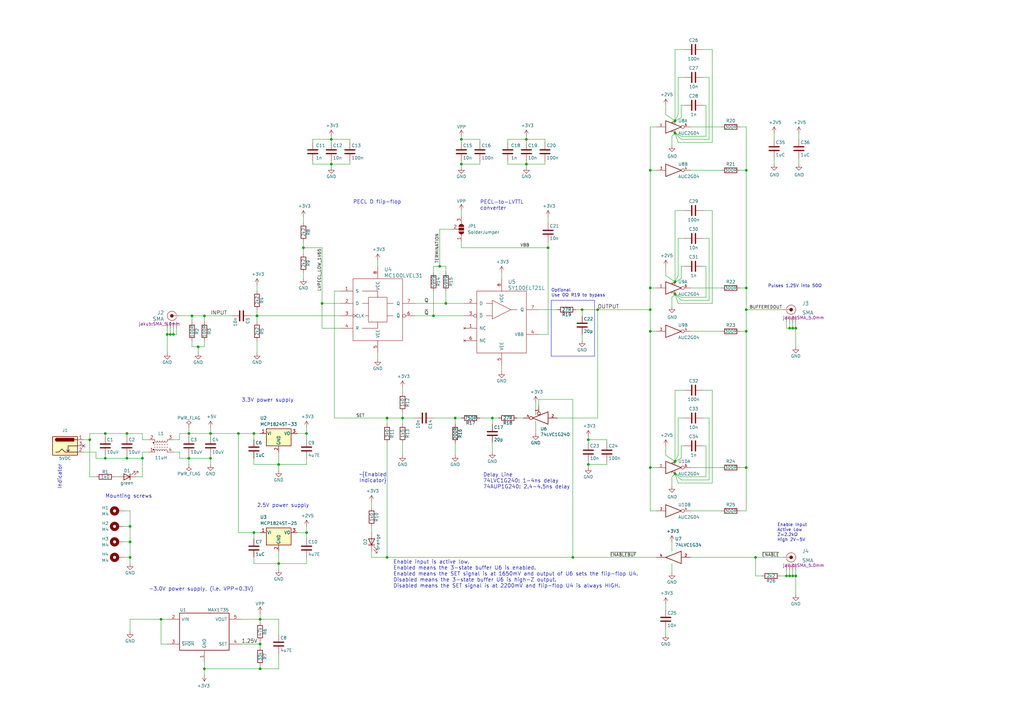
<source format=kicad_sch>
(kicad_sch (version 20230121) (generator eeschema)
  (paper "A3")
  (title_block (title "Pulse Stretcher") (date "2021-11-09") (rev "2") (company "Jakub Nedbal") (comment 1 "Creative Commons Attribution-ShareAlike 4.0 International License") (comment 2 "This work is licensed under a"))
  (junction (at 276.86 115.57))
  (junction (at 125.73 218.44))
  (junction (at 86.36 187.96))
  (junction (at 52.07 187.96))
  (junction (at 238.76 127))
  (junction (at 158.75 171.45))
  (junction (at 52.07 177.8))
  (junction (at 53.34 222.25))
  (junction (at 241.3 180.34))
  (junction (at 309.88 228.6))
  (junction (at 325.12 236.22))
  (junction (at 77.47 177.8))
  (junction (at 189.23 57.15))
  (junction (at 97.79 177.8))
  (junction (at 306.07 127))
  (junction (at 114.3 190.5))
  (junction (at 245.11 127))
  (junction (at 182.88 124.46))
  (junction (at 241.3 190.5))
  (junction (at 306.07 118.11))
  (junction (at 125.73 177.8))
  (junction (at 266.7 118.11))
  (junction (at 224.79 101.6))
  (junction (at 105.41 129.54))
  (junction (at 71.12 137.16))
  (junction (at 306.07 191.77))
  (junction (at 104.14 177.8))
  (junction (at 53.34 215.9))
  (junction (at 234.95 228.6))
  (junction (at 266.7 69.85))
  (junction (at 177.8 129.54))
  (junction (at 53.34 228.6))
  (junction (at 43.18 187.96))
  (junction (at 83.82 274.32))
  (junction (at 306.07 135.89))
  (junction (at 215.9 67.31))
  (junction (at 306.07 69.85))
  (junction (at 68.58 137.16))
  (junction (at 276.86 120.65))
  (junction (at 326.39 236.22))
  (junction (at 266.7 191.77))
  (junction (at 322.58 236.22))
  (junction (at 276.86 49.53))
  (junction (at 106.68 274.32))
  (junction (at 106.68 264.16))
  (junction (at 325.12 134.62))
  (junction (at 106.68 254))
  (junction (at 266.7 135.89))
  (junction (at 83.82 129.54))
  (junction (at 43.18 177.8))
  (junction (at 77.47 187.96))
  (junction (at 81.28 142.24))
  (junction (at 66.04 254))
  (junction (at 78.74 129.54))
  (junction (at 180.34 109.22))
  (junction (at 186.69 171.45))
  (junction (at 158.75 228.6))
  (junction (at 276.86 189.23))
  (junction (at 135.89 67.31))
  (junction (at 323.85 236.22))
  (junction (at 266.7 127))
  (junction (at 189.23 67.31))
  (junction (at 276.86 54.61))
  (junction (at 201.93 171.45))
  (junction (at 132.08 124.46))
  (junction (at 69.85 137.16))
  (junction (at 104.14 218.44))
  (junction (at 215.9 57.15))
  (junction (at 165.1 171.45))
  (junction (at 326.39 134.62))
  (junction (at 58.42 187.96))
  (junction (at 36.83 180.34))
  (junction (at 114.3 231.14))
  (junction (at 124.46 101.6))
  (junction (at 276.86 194.31))
  (junction (at 86.36 177.8))
  (junction (at 323.85 134.62))
  (junction (at 135.89 57.15))
  (no_connect (at 34.29 182.88))
  (wire (pts (xy 288.29 31.75) (xy 290.83 31.75)))
  (wire (pts (xy 104.14 220.98) (xy 104.14 218.44)))
  (wire (pts (xy 303.53 135.89) (xy 306.07 135.89)))
  (wire (pts (xy 125.73 175.26) (xy 125.73 177.8)))
  (wire (pts (xy 266.7 69.85) (xy 269.24 69.85)))
  (wire (pts (xy 323.85 132.08) (xy 323.85 134.62)))
  (wire (pts (xy 114.3 274.32) (xy 114.3 267.97)))
  (wire (pts (xy 309.88 236.22) (xy 309.88 228.6)))
  (wire (pts (xy 186.69 173.99) (xy 186.69 171.45)))
  (wire (pts (xy 177.8 119.38) (xy 177.8 129.54)))
  (wire (pts (xy 215.9 67.31) (xy 223.52 67.31)))
  (wire (pts (xy 215.9 57.15) (xy 208.28 57.15)))
  (wire (pts (xy 71.12 137.16) (xy 72.39 137.16)))
  (wire (pts (xy 143.51 57.15) (xy 135.89 57.15)))
  (wire (pts (xy 290.83 31.75) (xy 290.83 57.15)))
  (wire (pts (xy 124.46 101.6) (xy 124.46 104.14)))
  (wire (pts (xy 273.05 186.69) (xy 273.05 182.88)))
  (wire (pts (xy 215.9 67.31) (xy 215.9 68.58)))
  (wire (pts (xy 306.07 69.85) (xy 306.07 52.07)))
  (wire (pts (xy 278.13 46.99) (xy 278.13 31.75)))
  (wire (pts (xy 241.3 190.5) (xy 241.3 191.77)))
  (wire (pts (xy 326.39 236.22) (xy 326.39 243.84)))
  (wire (pts (xy 306.07 127) (xy 306.07 135.89)))
  (wire (pts (xy 83.82 274.32) (xy 106.68 274.32)))
  (wire (pts (xy 238.76 129.54) (xy 238.76 127)))
  (wire (pts (xy 152.4 228.6) (xy 152.4 226.06)))
  (wire (pts (xy 182.88 119.38) (xy 182.88 124.46)))
  (wire (pts (xy 219.71 172.72) (xy 219.71 177.8)))
  (wire (pts (xy 220.98 127) (xy 228.6 127)))
  (wire (pts (xy 189.23 55.88) (xy 189.23 57.15)))
  (wire (pts (xy 280.67 43.18) (xy 279.4 43.18)))
  (wire (pts (xy 125.73 177.8) (xy 125.73 180.34)))
  (wire (pts (xy 306.07 191.77) (xy 306.07 209.55)))
  (wire (pts (xy 223.52 57.15) (xy 215.9 57.15)))
  (wire (pts (xy 266.7 209.55) (xy 269.24 209.55)))
  (wire (pts (xy 189.23 67.31) (xy 189.23 68.58)))
  (wire (pts (xy 68.58 134.62) (xy 68.58 137.16)))
  (wire (pts (xy 39.37 195.58) (xy 36.83 195.58)))
  (wire (pts (xy 58.42 195.58) (xy 55.88 195.58)))
  (wire (pts (xy 276.86 86.36) (xy 280.67 86.36)))
  (wire (pts (xy 292.1 58.42) (xy 278.13 58.42)))
  (wire (pts (xy 238.76 137.16) (xy 238.76 139.7)))
  (wire (pts (xy 275.59 125.73) (xy 275.59 121.92)))
  (wire (pts (xy 322.58 132.08) (xy 322.58 134.62)))
  (wire (pts (xy 106.68 251.46) (xy 106.68 254)))
  (wire (pts (xy 73.66 177.8) (xy 77.47 177.8)))
  (wire (pts (xy 137.16 171.45) (xy 158.75 171.45)))
  (wire (pts (xy 290.83 123.19) (xy 279.4 123.19)))
  (wire (pts (xy 105.41 139.7) (xy 105.41 144.78)))
  (wire (pts (xy 306.07 118.11) (xy 306.07 127)))
  (wire (pts (xy 114.3 231.14) (xy 114.3 233.68)))
  (wire (pts (xy 196.85 67.31) (xy 196.85 66.04)))
  (wire (pts (xy 326.39 132.08) (xy 326.39 134.62)))
  (wire (pts (xy 60.96 185.42) (xy 58.42 185.42)))
  (wire (pts (xy 279.4 48.26) (xy 276.86 49.53)))
  (wire (pts (xy 143.51 67.31) (xy 143.51 66.04)))
  (wire (pts (xy 306.07 69.85) (xy 303.53 69.85)))
  (wire (pts (xy 189.23 57.15) (xy 189.23 58.42)))
  (wire (pts (xy 186.69 171.45) (xy 189.23 171.45)))
  (wire (pts (xy 279.4 109.22) (xy 279.4 114.3)))
  (wire (pts (xy 53.34 228.6) (xy 50.8 228.6)))
  (wire (pts (xy 104.14 177.8) (xy 104.14 180.34)))
  (wire (pts (xy 276.86 20.32) (xy 280.67 20.32)))
  (wire (pts (xy 158.75 173.99) (xy 158.75 171.45)))
  (wire (pts (xy 66.04 264.16) (xy 66.04 254)))
  (wire (pts (xy 104.14 228.6) (xy 104.14 231.14)))
  (wire (pts (xy 114.3 185.42) (xy 114.3 190.5)))
  (polyline (pts (xy 243.84 146.05) (xy 226.06 146.05)))
  (wire (pts (xy 154.94 147.32) (xy 154.94 144.78)))
  (wire (pts (xy 275.59 222.25) (xy 275.59 226.06)))
  (wire (pts (xy 306.07 191.77) (xy 303.53 191.77)))
  (wire (pts (xy 114.3 190.5) (xy 114.3 193.04)))
  (wire (pts (xy 292.1 198.12) (xy 278.13 198.12)))
  (wire (pts (xy 36.83 195.58) (xy 36.83 180.34)))
  (wire (pts (xy 196.85 58.42) (xy 196.85 57.15)))
  (wire (pts (xy 83.82 274.32) (xy 83.82 271.78)))
  (wire (pts (xy 125.73 190.5) (xy 125.73 187.96)))
  (wire (pts (xy 283.21 135.89) (xy 295.91 135.89)))
  (wire (pts (xy 78.74 132.08) (xy 78.74 129.54)))
  (wire (pts (xy 125.73 215.9) (xy 125.73 218.44)))
  (wire (pts (xy 139.7 119.38) (xy 137.16 119.38)))
  (wire (pts (xy 78.74 129.54) (xy 83.82 129.54)))
  (wire (pts (xy 34.29 185.42) (xy 39.37 185.42)))
  (wire (pts (xy 289.56 121.92) (xy 279.4 121.92)))
  (wire (pts (xy 276.86 189.23) (xy 276.86 160.02)))
  (wire (pts (xy 58.42 187.96) (xy 52.07 187.96)))
  (wire (pts (xy 50.8 209.55) (xy 53.34 209.55)))
  (wire (pts (xy 186.69 181.61) (xy 186.69 186.69)))
  (wire (pts (xy 86.36 187.96) (xy 86.36 190.5)))
  (wire (pts (xy 317.5 64.77) (xy 317.5 67.31)))
  (wire (pts (xy 121.92 218.44) (xy 125.73 218.44)))
  (wire (pts (xy 325.12 134.62) (xy 325.12 132.08)))
  (wire (pts (xy 52.07 187.96) (xy 52.07 186.69)))
  (wire (pts (xy 78.74 139.7) (xy 78.74 142.24)))
  (wire (pts (xy 306.07 191.77) (xy 306.07 135.89)))
  (wire (pts (xy 278.13 113.03) (xy 276.86 115.57)))
  (wire (pts (xy 99.06 264.16) (xy 106.68 264.16)))
  (wire (pts (xy 273.05 247.65) (xy 273.05 250.19)))
  (wire (pts (xy 241.3 189.23) (xy 241.3 190.5)))
  (wire (pts (xy 289.56 182.88) (xy 289.56 195.58)))
  (wire (pts (xy 278.13 113.03) (xy 278.13 97.79)))
  (wire (pts (xy 325.12 236.22) (xy 326.39 236.22)))
  (wire (pts (xy 132.08 124.46) (xy 139.7 124.46)))
  (wire (pts (xy 105.41 129.54) (xy 105.41 127)))
  (wire (pts (xy 241.3 190.5) (xy 248.92 190.5)))
  (wire (pts (xy 322.58 233.68) (xy 322.58 236.22)))
  (wire (pts (xy 245.11 171.45) (xy 228.6 171.45)))
  (wire (pts (xy 289.56 43.18) (xy 289.56 55.88)))
  (wire (pts (xy 276.86 49.53) (xy 276.86 20.32)))
  (wire (pts (xy 104.14 218.44) (xy 106.68 218.44)))
  (wire (pts (xy 132.08 134.62) (xy 139.7 134.62)))
  (wire (pts (xy 245.11 127) (xy 245.11 171.45)))
  (wire (pts (xy 177.8 111.76) (xy 177.8 109.22)))
  (wire (pts (xy 266.7 191.77) (xy 269.24 191.77)))
  (wire (pts (xy 290.83 57.15) (xy 279.4 57.15)))
  (wire (pts (xy 97.79 218.44) (xy 104.14 218.44)))
  (wire (pts (xy 278.13 198.12) (xy 276.86 194.31)))
  (wire (pts (xy 104.14 177.8) (xy 106.68 177.8)))
  (wire (pts (xy 39.37 185.42) (xy 39.37 187.96)))
  (wire (pts (xy 180.34 109.22) (xy 182.88 109.22)))
  (wire (pts (xy 83.82 132.08) (xy 83.82 129.54)))
  (wire (pts (xy 152.4 228.6) (xy 158.75 228.6)))
  (wire (pts (xy 224.79 99.06) (xy 224.79 101.6)))
  (wire (pts (xy 288.29 20.32) (xy 292.1 20.32)))
  (wire (pts (xy 124.46 101.6) (xy 132.08 101.6)))
  (wire (pts (xy 124.46 111.76) (xy 124.46 114.3)))
  (wire (pts (xy 53.34 222.25) (xy 50.8 222.25)))
  (wire (pts (xy 224.79 91.44) (xy 224.79 88.9)))
  (wire (pts (xy 104.14 190.5) (xy 104.14 187.96)))
  (wire (pts (xy 273.05 113.03) (xy 273.05 109.22)))
  (wire (pts (xy 273.05 46.99) (xy 276.86 49.53)))
  (wire (pts (xy 248.92 190.5) (xy 248.92 189.23)))
  (wire (pts (xy 77.47 177.8) (xy 86.36 177.8)))
  (wire (pts (xy 106.68 274.32) (xy 106.68 273.05)))
  (wire (pts (xy 81.28 142.24) (xy 83.82 142.24)))
  (wire (pts (xy 279.4 114.3) (xy 276.86 115.57)))
  (polyline (pts (xy 226.06 123.19) (xy 243.84 123.19)))
  (wire (pts (xy 177.8 109.22) (xy 180.34 109.22)))
  (wire (pts (xy 97.79 177.8) (xy 97.79 218.44)))
  (wire (pts (xy 165.1 171.45) (xy 165.1 168.91)))
  (wire (pts (xy 273.05 257.81) (xy 273.05 260.35)))
  (wire (pts (xy 53.34 228.6) (xy 53.34 231.14)))
  (wire (pts (xy 73.66 185.42) (xy 73.66 187.96)))
  (wire (pts (xy 125.73 218.44) (xy 125.73 220.98)))
  (wire (pts (xy 283.21 118.11) (xy 295.91 118.11)))
  (wire (pts (xy 248.92 180.34) (xy 241.3 180.34)))
  (wire (pts (xy 278.13 46.99) (xy 276.86 49.53)))
  (wire (pts (xy 326.39 134.62) (xy 326.39 142.24)))
  (wire (pts (xy 201.93 181.61) (xy 201.93 185.42)))
  (wire (pts (xy 289.56 55.88) (xy 279.4 55.88)))
  (wire (pts (xy 266.7 135.89) (xy 269.24 135.89)))
  (wire (pts (xy 326.39 233.68) (xy 326.39 236.22)))
  (wire (pts (xy 69.85 137.16) (xy 71.12 137.16)))
  (wire (pts (xy 278.13 171.45) (xy 278.13 186.69)))
  (wire (pts (xy 306.07 127) (xy 321.31 127)))
  (wire (pts (xy 83.82 274.32) (xy 83.82 276.86)))
  (wire (pts (xy 52.07 177.8) (xy 52.07 179.07)))
  (wire (pts (xy 276.86 115.57) (xy 276.86 86.36)))
  (wire (pts (xy 266.7 191.77) (xy 266.7 209.55)))
  (wire (pts (xy 77.47 187.96) (xy 77.47 186.69)))
  (wire (pts (xy 245.11 127) (xy 266.7 127)))
  (wire (pts (xy 97.79 177.8) (xy 104.14 177.8)))
  (wire (pts (xy 208.28 66.04) (xy 208.28 67.31)))
  (wire (pts (xy 58.42 187.96) (xy 58.42 195.58)))
  (wire (pts (xy 322.58 134.62) (xy 323.85 134.62)))
  (wire (pts (xy 106.68 274.32) (xy 114.3 274.32)))
  (wire (pts (xy 53.34 215.9) (xy 53.34 222.25)))
  (wire (pts (xy 266.7 118.11) (xy 269.24 118.11)))
  (wire (pts (xy 165.1 181.61) (xy 165.1 186.69)))
  (wire (pts (xy 189.23 99.06) (xy 189.23 101.6)))
  (wire (pts (xy 132.08 124.46) (xy 132.08 134.62)))
  (wire (pts (xy 248.92 181.61) (xy 248.92 180.34)))
  (wire (pts (xy 273.05 46.99) (xy 273.05 43.18)))
  (wire (pts (xy 143.51 58.42) (xy 143.51 57.15)))
  (wire (pts (xy 288.29 43.18) (xy 289.56 43.18)))
  (wire (pts (xy 177.8 129.54) (xy 190.5 129.54)))
  (wire (pts (xy 77.47 175.26) (xy 77.47 177.8)))
  (wire (pts (xy 152.4 208.28) (xy 152.4 205.74)))
  (wire (pts (xy 86.36 187.96) (xy 86.36 186.69)))
  (wire (pts (xy 71.12 180.34) (xy 73.66 180.34)))
  (wire (pts (xy 325.12 236.22) (xy 325.12 233.68)))
  (wire (pts (xy 220.98 163.83) (xy 234.95 163.83)))
  (wire (pts (xy 276.86 160.02) (xy 280.67 160.02)))
  (wire (pts (xy 106.68 264.16) (xy 106.68 265.43)))
  (wire (pts (xy 204.47 171.45) (xy 201.93 171.45)))
  (wire (pts (xy 279.4 196.85) (xy 276.86 194.31)))
  (wire (pts (xy 278.13 186.69) (xy 276.86 189.23)))
  (wire (pts (xy 58.42 177.8) (xy 58.42 180.34)))
  (wire (pts (xy 132.08 101.6) (xy 132.08 124.46)))
  (wire (pts (xy 288.29 182.88) (xy 289.56 182.88)))
  (wire (pts (xy 43.18 177.8) (xy 43.18 179.07)))
  (wire (pts (xy 280.67 109.22) (xy 279.4 109.22)))
  (wire (pts (xy 73.66 180.34) (xy 73.66 177.8)))
  (wire (pts (xy 290.83 196.85) (xy 279.4 196.85)))
  (wire (pts (xy 283.21 209.55) (xy 295.91 209.55)))
  (wire (pts (xy 292.1 20.32) (xy 292.1 58.42)))
  (wire (pts (xy 190.5 124.46) (xy 182.88 124.46)))
  (wire (pts (xy 52.07 177.8) (xy 58.42 177.8)))
  (wire (pts (xy 128.27 67.31) (xy 135.89 67.31)))
  (wire (pts (xy 43.18 187.96) (xy 43.18 186.69)))
  (wire (pts (xy 266.7 52.07) (xy 269.24 52.07)))
  (wire (pts (xy 53.34 254) (xy 66.04 254)))
  (wire (pts (xy 283.21 191.77) (xy 295.91 191.77)))
  (wire (pts (xy 99.06 254) (xy 106.68 254)))
  (wire (pts (xy 234.95 228.6) (xy 269.24 228.6)))
  (wire (pts (xy 182.88 109.22) (xy 182.88 111.76)))
  (wire (pts (xy 224.79 137.16) (xy 224.79 101.6)))
  (wire (pts (xy 68.58 137.16) (xy 68.58 144.78)))
  (wire (pts (xy 325.12 134.62) (xy 326.39 134.62)))
  (wire (pts (xy 114.3 190.5) (xy 104.14 190.5)))
  (wire (pts (xy 288.29 86.36) (xy 292.1 86.36)))
  (wire (pts (xy 278.13 58.42) (xy 276.86 54.61)))
  (wire (pts (xy 114.3 190.5) (xy 125.73 190.5)))
  (wire (pts (xy 58.42 185.42) (xy 58.42 187.96)))
  (wire (pts (xy 279.4 121.92) (xy 276.86 120.65)))
  (wire (pts (xy 223.52 58.42) (xy 223.52 57.15)))
  (wire (pts (xy 43.18 177.8) (xy 52.07 177.8)))
  (wire (pts (xy 220.98 137.16) (xy 224.79 137.16)))
  (wire (pts (xy 322.58 236.22) (xy 323.85 236.22)))
  (wire (pts (xy 275.59 231.14) (xy 275.59 234.95)))
  (wire (pts (xy 83.82 142.24) (xy 83.82 139.7)))
  (wire (pts (xy 102.87 129.54) (xy 105.41 129.54)))
  (wire (pts (xy 327.66 64.77) (xy 327.66 67.31)))
  (wire (pts (xy 266.7 52.07) (xy 266.7 69.85)))
  (wire (pts (xy 154.94 109.22) (xy 154.94 106.68)))
  (wire (pts (xy 114.3 226.06) (xy 114.3 231.14)))
  (wire (pts (xy 279.4 43.18) (xy 279.4 48.26)))
  (wire (pts (xy 303.53 209.55) (xy 306.07 209.55)))
  (wire (pts (xy 124.46 88.9) (xy 124.46 91.44)))
  (wire (pts (xy 53.34 209.55) (xy 53.34 215.9)))
  (wire (pts (xy 158.75 228.6) (xy 158.75 181.61)))
  (wire (pts (xy 220.98 166.37) (xy 220.98 163.83)))
  (wire (pts (xy 223.52 67.31) (xy 223.52 66.04)))
  (wire (pts (xy 72.39 137.16) (xy 72.39 134.62)))
  (wire (pts (xy 279.4 187.96) (xy 276.86 189.23)))
  (wire (pts (xy 234.95 163.83) (xy 234.95 228.6)))
  (wire (pts (xy 165.1 173.99) (xy 165.1 171.45)))
  (wire (pts (xy 53.34 254) (xy 53.34 259.08)))
  (wire (pts (xy 135.89 67.31) (xy 143.51 67.31)))
  (wire (pts (xy 236.22 127) (xy 238.76 127)))
  (wire (pts (xy 53.34 215.9) (xy 50.8 215.9)))
  (wire (pts (xy 135.89 57.15) (xy 128.27 57.15)))
  (wire (pts (xy 135.89 55.88) (xy 135.89 57.15)))
  (wire (pts (xy 306.07 118.11) (xy 306.07 69.85)))
  (wire (pts (xy 292.1 124.46) (xy 278.13 124.46)))
  (wire (pts (xy 289.56 109.22) (xy 289.56 121.92)))
  (wire (pts (xy 290.83 97.79) (xy 290.83 123.19)))
  (wire (pts (xy 266.7 118.11) (xy 266.7 127)))
  (wire (pts (xy 283.21 69.85) (xy 295.91 69.85)))
  (wire (pts (xy 128.27 57.15) (xy 128.27 58.42)))
  (wire (pts (xy 135.89 57.15) (xy 135.89 58.42)))
  (wire (pts (xy 279.4 195.58) (xy 276.86 194.31)))
  (wire (pts (xy 266.7 135.89) (xy 266.7 191.77)))
  (wire (pts (xy 43.18 187.96) (xy 52.07 187.96)))
  (wire (pts (xy 105.41 116.84) (xy 105.41 119.38)))
  (wire (pts (xy 276.86 189.23) (xy 273.05 186.69)))
  (wire (pts (xy 323.85 236.22) (xy 325.12 236.22)))
  (wire (pts (xy 53.34 222.25) (xy 53.34 228.6)))
  (wire (pts (xy 279.4 55.88) (xy 276.86 54.61)))
  (wire (pts (xy 322.58 236.22) (xy 320.04 236.22)))
  (wire (pts (xy 185.42 93.98) (xy 180.34 93.98)))
  (wire (pts (xy 288.29 97.79) (xy 290.83 97.79)))
  (wire (pts (xy 279.4 182.88) (xy 279.4 187.96)))
  (wire (pts (xy 135.89 66.04) (xy 135.89 67.31)))
  (wire (pts (xy 241.3 180.34) (xy 241.3 181.61)))
  (wire (pts (xy 306.07 118.11) (xy 303.53 118.11)))
  (wire (pts (xy 83.82 129.54) (xy 95.25 129.54)))
  (wire (pts (xy 266.7 69.85) (xy 266.7 118.11)))
  (wire (pts (xy 152.4 218.44) (xy 152.4 215.9)))
  (wire (pts (xy 34.29 180.34) (xy 36.83 180.34)))
  (wire (pts (xy 238.76 127) (xy 245.11 127)))
  (wire (pts (xy 288.29 109.22) (xy 289.56 109.22)))
  (wire (pts (xy 125.73 231.14) (xy 125.73 228.6)))
  (wire (pts (xy 280.67 171.45) (xy 278.13 171.45)))
  (wire (pts (xy 289.56 195.58) (xy 279.4 195.58)))
  (wire (pts (xy 215.9 55.88) (xy 215.9 57.15)))
  (wire (pts (xy 73.66 187.96) (xy 77.47 187.96)))
  (wire (pts (xy 279.4 57.15) (xy 276.86 54.61)))
  (wire (pts (xy 128.27 66.04) (xy 128.27 67.31)))
  (wire (pts (xy 36.83 177.8) (xy 43.18 177.8)))
  (wire (pts (xy 279.4 123.19) (xy 276.86 120.65)))
  (wire (pts (xy 275.59 195.58) (xy 275.59 199.39)))
  (wire (pts (xy 77.47 187.96) (xy 77.47 190.5)))
  (wire (pts (xy 182.88 124.46) (xy 170.18 124.46)))
  (wire (pts (xy 283.21 52.07) (xy 295.91 52.07)))
  (wire (pts (xy 323.85 134.62) (xy 325.12 134.62)))
  (wire (pts (xy 306.07 52.07) (xy 303.53 52.07)))
  (wire (pts (xy 327.66 54.61) (xy 327.66 57.15)))
  (wire (pts (xy 124.46 99.06) (xy 124.46 101.6)))
  (wire (pts (xy 201.93 171.45) (xy 201.93 173.99)))
  (wire (pts (xy 137.16 119.38) (xy 137.16 171.45)))
  (wire (pts (xy 276.86 194.31) (xy 275.59 195.58)))
  (wire (pts (xy 290.83 171.45) (xy 290.83 196.85)))
  (wire (pts (xy 234.95 228.6) (xy 158.75 228.6)))
  (wire (pts (xy 170.18 171.45) (xy 165.1 171.45)))
  (wire (pts (xy 105.41 129.54) (xy 139.7 129.54)))
  (wire (pts (xy 189.23 101.6) (xy 224.79 101.6)))
  (wire (pts (xy 275.59 55.88) (xy 276.86 54.61)))
  (wire (pts (xy 71.12 185.42) (xy 73.66 185.42)))
  (wire (pts (xy 105.41 132.08) (xy 105.41 129.54)))
  (wire (pts (xy 77.47 187.96) (xy 86.36 187.96)))
  (wire (pts (xy 180.34 93.98) (xy 180.34 109.22)))
  (wire (pts (xy 106.68 254) (xy 106.68 255.27)))
  (wire (pts (xy 170.18 129.54) (xy 177.8 129.54)))
  (wire (pts (xy 48.26 195.58) (xy 46.99 195.58)))
  (wire (pts (xy 165.1 158.75) (xy 165.1 161.29)))
  (wire (pts (xy 292.1 86.36) (xy 292.1 124.46)))
  (wire (pts (xy 196.85 171.45) (xy 201.93 171.45)))
  (wire (pts (xy 309.88 228.6) (xy 321.31 228.6)))
  (wire (pts (xy 86.36 177.8) (xy 86.36 179.07)))
  (wire (pts (xy 278.13 31.75) (xy 280.67 31.75)))
  (wire (pts (xy 215.9 57.15) (xy 215.9 58.42)))
  (wire (pts (xy 219.71 165.1) (xy 219.71 170.18)))
  (wire (pts (xy 214.63 171.45) (xy 212.09 171.45)))
  (wire (pts (xy 39.37 187.96) (xy 43.18 187.96)))
  (wire (pts (xy 312.42 236.22) (xy 309.88 236.22)))
  (wire (pts (xy 208.28 57.15) (xy 208.28 58.42)))
  (wire (pts (xy 266.7 127) (xy 266.7 135.89)))
  (wire (pts (xy 68.58 264.16) (xy 66.04 264.16)))
  (wire (pts (xy 66.04 254) (xy 68.58 254)))
  (wire (pts (xy 241.3 179.07) (xy 241.3 180.34)))
  (wire (pts (xy 81.28 142.24) (xy 81.28 144.78)))
  (wire (pts (xy 73.66 129.54) (xy 78.74 129.54)))
  (wire (pts (xy 278.13 97.79) (xy 280.67 97.79)))
  (wire (pts (xy 78.74 142.24) (xy 81.28 142.24)))
  (wire (pts (xy 288.29 160.02) (xy 292.1 160.02)))
  (wire (pts (xy 205.74 152.4) (xy 205.74 149.86)))
  (wire (pts (xy 278.13 124.46) (xy 276.86 120.65)))
  (wire (pts (xy 36.83 177.8) (xy 36.83 180.34)))
  (wire (pts (xy 189.23 66.04) (xy 189.23 67.31)))
  (wire (pts (xy 68.58 137.16) (xy 69.85 137.16)))
  (wire (pts (xy 189.23 86.36) (xy 189.23 88.9)))
  (wire (pts (xy 208.28 67.31) (xy 215.9 67.31)))
  (wire (pts (xy 288.29 171.45) (xy 290.83 171.45)))
  (wire (pts (xy 158.75 171.45) (xy 165.1 171.45)))
  (wire (pts (xy 189.23 67.31) (xy 196.85 67.31)))
  (wire (pts (xy 205.74 114.3) (xy 205.74 111.76)))
  (wire (pts (xy 196.85 57.15) (xy 189.23 57.15)))
  (polyline (pts (xy 243.84 123.19) (xy 243.84 146.05)))
  (wire (pts (xy 114.3 254) (xy 114.3 260.35)))
  (wire (pts (xy 71.12 137.16) (xy 71.12 134.62)))
  (wire (pts (xy 215.9 66.04) (xy 215.9 67.31)))
  (wire (pts (xy 77.47 177.8) (xy 77.47 179.07)))
  (wire (pts (xy 106.68 262.89) (xy 106.68 264.16)))
  (wire (pts (xy 323.85 233.68) (xy 323.85 236.22)))
  (wire (pts (xy 280.67 182.88) (xy 279.4 182.88)))
  (polyline (pts (xy 226.06 146.05) (xy 226.06 123.19)))
  (wire (pts (xy 58.42 180.34) (xy 60.96 180.34)))
  (wire (pts (xy 317.5 54.61) (xy 317.5 57.15)))
  (wire (pts (xy 273.05 113.03) (xy 276.86 115.57)))
  (wire (pts (xy 135.89 67.31) (xy 135.89 68.58)))
  (wire (pts (xy 275.59 121.92) (xy 276.86 120.65)))
  (wire (pts (xy 86.36 177.8) (xy 86.36 175.26)))
  (wire (pts (xy 104.14 231.14) (xy 114.3 231.14)))
  (wire (pts (xy 292.1 160.02) (xy 292.1 198.12)))
  (wire (pts (xy 114.3 231.14) (xy 125.73 231.14)))
  (wire (pts (xy 283.21 228.6) (xy 309.88 228.6)))
  (wire (pts (xy 106.68 254) (xy 114.3 254)))
  (wire (pts (xy 275.59 59.69) (xy 275.59 55.88)))
  (wire (pts (xy 86.36 177.8) (xy 97.79 177.8)))
  (wire (pts (xy 69.85 134.62) (xy 69.85 137.16)))
  (wire (pts (xy 121.92 177.8) (xy 125.73 177.8)))
  (wire (pts (xy 177.8 171.45) (xy 186.69 171.45)))
  (text "Enable input is active low.\nEnabled means the 3-state buffer U6 is enabled.\nEnabled means the SET signal is at 1650mV and output of U6 sets the flip-flop U4.\nDisabled means the 3-state buffer U6 is high-Z output.\nDisabled means the SET signal is at 2200mV and flip-flop U4 is always HIGH.\n" (at 161.29 241.3 0) (effects (font (size 1.524 1.524)) (justify left bottom)))
  (text "~{Enabled\nIndicator}" (at 147.32 198.12 0) (effects (font (size 1.524 1.524)) (justify left bottom)))
  (text "-3.0V power supply, (i.e. VPP=0.3V)" (at 60.96 242.57 0) (effects (font (size 1.524 1.524)) (justify left bottom)))
  (text "2.5V power supply" (at 105.41 208.28 0) (effects (font (size 1.524 1.524)) (justify left bottom)))
  (text "Enable Input\nActive Low\nZ=2.2kΩ\nHigh 2V-5V" (at 318.77 222.25 0) (effects (font (size 1.27 1.27)) (justify left bottom)))
  (text "Optional\nUse 0Ω R19 to bypass" (at 226.06 121.92 0) (effects (font (size 1.27 1.27)) (justify left bottom)))
  (text "PECL-to-LVTTL\nconverter" (at 196.85 86.36 0) (effects (font (size 1.524 1.524)) (justify left bottom)))
  (text "PECL D flip-flop" (at 144.78 83.82 0) (effects (font (size 1.524 1.524)) (justify left bottom)))
  (text "Mounting screws" (at 43.18 204.47 0) (effects (font (size 1.524 1.524)) (justify left bottom)))
  (text "Delay Line\n74LVC1G240: 1-4ns delay\n74AUP1G240: 2.4-4.5ns delay" (at 198.12 200.66 0) (effects (font (size 1.524 1.524)) (justify left bottom)))
  (text "3.3V power supply" (at 99.06 165.1 0) (effects (font (size 1.524 1.524)) (justify left bottom)))
  (text "Pulses 1.25V into 50Ω" (at 314.96 118.11 0) (effects (font (size 1.27 1.27)) (justify left bottom)))
  (text "Indicator" (at 25.4 200.66 90) (effects (font (size 1.524 1.524)) (justify left bottom)))
  (label "OUTPUT" (at 245.11 127 0) (effects (font (size 1.524 1.524))))
  (label "~{Q}" (at 173.99 129.54 0) (effects (font (size 1.524 1.524))))
  (label "BUFFEREDOUT" (at 307.34 127 0))
  (label "INPUT" (at 86.36 129.54 0) (effects (font (size 1.524 1.524))))
  (label "VBB" (at 213.36 101.6 0))
  (label "TERMINATION" (at 180.34 107.95 90))
  (label "1.25V" (at 99.06 264.16 0) (effects (font (size 1.524 1.524))))
  (label "LVPECL_LOW_1V65" (at 132.08 119.38 90))
  (label "SET" (at 146.05 171.45 0))
  (label "~{ENABLE}" (at 312.42 228.6 0))
  (label "~{ENABLEBUF}" (at 250.19 228.6 0))
  (label "Q" (at 173.99 124.46 0) (effects (font (size 1.524 1.524))))
  (symbol (lib_id "pulse_stretcher-rescue:MC100LVEL31-jakub") (at 154.94 127 0) (unit 1)
    (property "Reference" "U4" (at 157.48 110.49 0) (effects (font (size 1.524 1.524)) (justify left)))
    (property "Value" "MC100LVEL31" (at 157.48 113.03 0) (effects (font (size 1.524 1.524)) (justify left)))
    (property "Footprint" "Package_SO:SOIC-8_3.9x4.9mm_P1.27mm" (effects hide))
    (property "Part Number" "MC100LVEL31DG" (effects hide))
    (property "Manufacturer" "ON Semiconductors" (effects hide))
    (property "Package" "SO-8" (effects hide))
    (property "Supplier" "Mouser" (effects hide))
    (property "Order Code" "863-MC100LVEL31DG" (effects hide))
    (property "Note" "3.3 V ECL D flip‐flop with set and reset" (effects hide))
    (property "Price" "4.94" (effects hide))
  )
  (symbol (lib_id "Device:R") (at 177.8 115.57 0) (unit 1)
    (property "Reference" "R14" (at 179.832 115.57 90))
    (property "Value" "49R9" (at 177.8 115.57 90))
    (property "Footprint" "Resistor_SMD:R_0603_1608Metric" (effects hide))
    (property "Part Number" "MCWR06X49R9FTL" (effects hide))
    (property "Manufacturer" "Multicomp" (effects hide))
    (property "Package" "0603" (effects hide))
    (property "Supplier" "Farnell" (effects hide))
    (property "Order Code" "2447381" (effects hide))
    (property "Note" "49.9Ω/1% 0603 resistor" (effects hide))
    (property "Price" "0.003" (effects hide))
  )
  (symbol (lib_id "pulse_stretcher-rescue:GND-pulse_stretcher-rescue") (at 154.94 147.32 0) (unit 1)
    (property "Reference" "#PWR023" (effects hide))
    (property "Value" "GND" (at 154.94 151.13 0))
  )
  (symbol (lib_id "pulse_stretcher-rescue:GND-pulse_stretcher-rescue") (at 205.74 152.4 0) (unit 1)
    (property "Reference" "#PWR032" (effects hide))
    (property "Value" "GND" (at 205.74 156.21 0))
  )
  (symbol (lib_id "pulse_stretcher-rescue:MAX1735-jakub") (at 83.82 259.08 0) (unit 1)
    (property "Reference" "U1" (at 73.66 250.19 0) (effects (justify left)))
    (property "Value" "MAX1735" (at 85.09 250.19 0) (effects (justify left)))
    (property "Footprint" "Package_TO_SOT_SMD:SOT-23-5" (effects hide))
    (property "Part Number" "MAX1735EUK50+T" (effects hide))
    (property "Manufacturer" "Maxim" (effects hide))
    (property "Package" "SOT23" (effects hide))
    (property "Supplier" "Farnell" (effects hide))
    (property "Order Code" "2519135" (effects hide))
    (property "Note" "200mA negative-output low-dropout linear regulator in SOT23" (effects hide))
    (property "Price" "1.85" (effects hide))
  )
  (symbol (lib_id "pulse_stretcher-rescue:GND-pulse_stretcher-rescue") (at 53.34 259.08 0) (unit 1)
    (property "Reference" "#PWR04" (effects hide))
    (property "Value" "GND" (at 53.34 262.89 0))
  )
  (symbol (lib_id "Device:R") (at 106.68 259.08 0) (unit 1)
    (property "Reference" "R6" (at 108.712 259.08 90))
    (property "Value" "47k" (at 106.68 259.08 90))
    (property "Footprint" "Resistor_SMD:R_0603_1608Metric" (effects hide))
    (property "Part Number" "MCWR06X4702FTL" (effects hide))
    (property "Manufacturer" "Multicomp" (effects hide))
    (property "Package" "0603" (effects hide))
    (property "Supplier" "Farnell" (effects hide))
    (property "Order Code" "2447376" (effects hide))
    (property "Note" "47kΩ/1% 0603 resistor" (effects hide))
    (property "Price" "0.003" (effects hide))
  )
  (symbol (lib_id "Device:R") (at 106.68 269.24 0) (unit 1)
    (property "Reference" "R7" (at 108.712 269.24 90))
    (property "Value" "33k" (at 106.68 269.24 90))
    (property "Footprint" "Resistor_SMD:R_0603_1608Metric" (effects hide))
    (property "Part Number" "MCWR06X3302FTL" (effects hide))
    (property "Manufacturer" "Multicomp" (effects hide))
    (property "Package" "0603" (effects hide))
    (property "Supplier" "Farnell" (effects hide))
    (property "Order Code" "2447342" (effects hide))
    (property "Note" "33kΩ/1% 0603 resistor" (effects hide))
    (property "Price" "0.003" (effects hide))
  )
  (symbol (lib_id "pulse_stretcher-rescue:GND-pulse_stretcher-rescue") (at 114.3 193.04 0) (unit 1)
    (property "Reference" "#PWR013" (effects hide))
    (property "Value" "GND" (at 114.3 196.85 0))
  )
  (symbol (lib_id "pulse_stretcher-rescue:VPP-pulse_stretcher-rescue") (at 106.68 251.46 0) (unit 1)
    (property "Reference" "#PWR012" (effects hide))
    (property "Value" "VPP" (at 106.68 247.65 0))
  )
  (symbol (lib_id "Connector:Barrel_Jack_Switch") (at 26.67 182.88 0) (unit 1)
    (property "Reference" "J1" (at 26.67 176.53 0))
    (property "Value" "5VDC" (at 26.67 187.96 0))
    (property "Footprint" "jakub:BARREL_JACK" (effects hide))
    (property "Part Number" "FC681465" (effects hide))
    (property "Manufacturer" "Cliff Electronics" (effects hide))
    (property "Package" "2.1mm/2.5mm socket" (effects hide))
    (property "Supplier" "Farnell" (effects hide))
    (property "Order Code" "1854514" (effects hide))
    (property "Note" "DC10L dual DC socket accepts 2.1mm & 2.5mm plugs" (effects hide))
    (property "Price" "0.61" (effects hide))
  )
  (symbol (lib_id "pulse_stretcher-rescue:PWR_FLAG-pulse_stretcher-rescue") (at 77.47 175.26 0) (unit 1)
    (property "Reference" "#FLG01" (effects hide))
    (property "Value" "PWR_FLAG" (at 77.47 171.45 0))
  )
  (symbol (lib_id "pulse_stretcher-rescue:SMA-jakub") (at 69.85 137.16 0) (mirror y) (unit 1)
    (property "Reference" "J2" (at 67.31 128.27 0) (effects (font (size 1.524 1.524)) (justify left)))
    (property "Value" "SMA" (at 67.31 130.81 0) (effects (font (size 1.524 1.524)) (justify left)))
    (property "Footprint" "jakub:SMA_5.0mm" (at 65.405 132.842 0))
    (property "Part Number" "5-1814400-1" (effects hide))
    (property "Manufacturer" "TE Connectivity" (effects hide))
    (property "Package" "SMA R/A" (effects hide))
    (property "Supplier" "Farnell" (effects hide))
    (property "Order Code" "1248989" (effects hide))
    (property "Note" "SMA coaxial right angle jack" (effects hide))
    (property "Price" "1.91" (effects hide))
  )
  (symbol (lib_id "Device:R") (at 78.74 135.89 0) (unit 1)
    (property "Reference" "R2" (at 80.772 135.89 90))
    (property "Value" "100R" (at 78.74 135.89 90))
    (property "Footprint" "Resistor_SMD:R_0603_1608Metric" (effects hide))
    (property "Part Number" "MCWR06X1000FTL" (effects hide))
    (property "Manufacturer" "Multicomp" (effects hide))
    (property "Package" "0603" (effects hide))
    (property "Supplier" "Farnell" (effects hide))
    (property "Order Code" "2447227" (effects hide))
    (property "Note" "100Ω/1% 0603 resistor" (effects hide))
    (property "Price" "0.003" (effects hide))
  )
  (symbol (lib_id "pulse_stretcher-rescue:GND-pulse_stretcher-rescue") (at 68.58 144.78 0) (unit 1)
    (property "Reference" "#PWR05" (effects hide))
    (property "Value" "GND" (at 68.58 148.59 0))
  )
  (symbol (lib_id "pulse_stretcher-rescue:GND-pulse_stretcher-rescue") (at 81.28 144.78 0) (unit 1)
    (property "Reference" "#PWR06" (effects hide))
    (property "Value" "GND" (at 81.28 148.59 0))
  )
  (symbol (lib_id "pulse_stretcher-rescue:SMA-jakub") (at 325.12 134.62 0) (unit 1)
    (property "Reference" "J3" (at 328.93 124.46 0) (effects (font (size 1.524 1.524)) (justify left)))
    (property "Value" "SMA" (at 328.93 128.27 0) (effects (font (size 1.524 1.524)) (justify left)))
    (property "Footprint" "jakub:SMA_5.0mm" (at 329.565 130.302 0))
    (property "Part Number" "5-1814400-1" (effects hide))
    (property "Manufacturer" "TE Connectivity" (effects hide))
    (property "Package" "SMA R/A" (effects hide))
    (property "Supplier" "Farnell" (effects hide))
    (property "Order Code" "1248989" (effects hide))
    (property "Note" "SMA coaxial right angle jack" (effects hide))
    (property "Price" "1.91" (effects hide))
  )
  (symbol (lib_id "pulse_stretcher-rescue:GND-pulse_stretcher-rescue") (at 326.39 142.24 0) (unit 1)
    (property "Reference" "#PWR053" (effects hide))
    (property "Value" "GND" (at 326.39 146.05 0))
  )
  (symbol (lib_id "pulse_stretcher-rescue:PWR_FLAG-pulse_stretcher-rescue") (at 77.47 190.5 180) (unit 1)
    (property "Reference" "#FLG02" (effects hide))
    (property "Value" "PWR_FLAG" (at 77.47 194.31 0))
  )
  (symbol (lib_id "pulse_stretcher-rescue:GND-pulse_stretcher-rescue") (at 135.89 68.58 0) (unit 1)
    (property "Reference" "#PWR020" (effects hide))
    (property "Value" "GND" (at 135.89 72.39 0))
  )
  (symbol (lib_id "pulse_stretcher-rescue:GND-pulse_stretcher-rescue") (at 215.9 68.58 0) (unit 1)
    (property "Reference" "#PWR034" (effects hide))
    (property "Value" "GND" (at 215.9 72.39 0))
  )
  (symbol (lib_id "pulse_stretcher-rescue:GND-pulse_stretcher-rescue") (at 219.71 177.8 0) (unit 1)
    (property "Reference" "#PWR036" (effects hide))
    (property "Value" "GND" (at 219.71 181.61 0))
  )
  (symbol (lib_id "Device:R") (at 83.82 135.89 0) (unit 1)
    (property "Reference" "R3" (at 85.852 135.89 90))
    (property "Value" "100R" (at 83.82 135.89 90))
    (property "Footprint" "Resistor_SMD:R_0603_1608Metric" (effects hide))
    (property "Part Number" "MCWR06X1000FTL" (effects hide))
    (property "Manufacturer" "Multicomp" (effects hide))
    (property "Package" "0603" (effects hide))
    (property "Supplier" "Farnell" (effects hide))
    (property "Order Code" "2447227" (effects hide))
    (property "Note" "100Ω/1% 0603 resistor" (effects hide))
    (property "Price" "0.003" (effects hide))
  )
  (symbol (lib_id "pulse_stretcher-rescue:GND-pulse_stretcher-rescue") (at 241.3 191.77 0) (unit 1)
    (property "Reference" "#PWR040" (effects hide))
    (property "Value" "GND" (at 241.3 195.58 0))
  )
  (symbol (lib_id "Device:R") (at 182.88 115.57 0) (unit 1)
    (property "Reference" "R15" (at 184.912 115.57 90))
    (property "Value" "49R9" (at 182.88 115.57 90))
    (property "Footprint" "Resistor_SMD:R_0603_1608Metric" (effects hide))
    (property "Part Number" "MCWR06X49R9FTL" (effects hide))
    (property "Manufacturer" "Multicomp" (effects hide))
    (property "Package" "0603" (effects hide))
    (property "Supplier" "Farnell" (effects hide))
    (property "Order Code" "2447381" (effects hide))
    (property "Note" "49.9Ω/1% 0603 resistor" (effects hide))
    (property "Price" "0.003" (effects hide))
  )
  (symbol (lib_id "Device:C") (at 43.18 182.88 0) (unit 1)
    (property "Reference" "C1" (at 43.815 180.34 0) (effects (justify left)))
    (property "Value" "10uV" (at 43.815 185.42 0) (effects (justify left)))
    (property "Footprint" "Capacitor_SMD:C_1206_3216Metric" (effects hide))
    (property "Part Number" "GMK316AB7106KL-TR" (effects hide))
    (property "Manufacturer" "Taiyo Yuden" (effects hide))
    (property "Package" "1206" (effects hide))
    (property "Supplier" "Farnell" (effects hide))
    (property "Order Code" "2309034" (effects hide))
    (property "Note" "10μF/35V 1206 X7R capacitor" (effects hide))
    (property "Price" "0.19" (effects hide))
  )
  (symbol (lib_id "Regulator_Linear:LF33_TO252") (at 114.3 177.8 0) (unit 1)
    (property "Reference" "U2" (at 106.68 171.45 0) (effects (justify left)))
    (property "Value" "MCP1824ST-33" (at 106.68 173.99 0) (effects (justify left)))
    (property "Footprint" "Package_TO_SOT_SMD:SOT-223-3_TabPin2" (effects hide))
    (property "Part Number" "MCP1824ST-3302E/DB" (effects hide))
    (property "Manufacturer" "Microchip" (effects hide))
    (property "Package" "SOT223" (effects hide))
    (property "Supplier" "Farnell" (effects hide))
    (property "Order Code" "1578379" (effects hide))
    (property "Note" "3.3V 300 mA low voltage low quiescent current LDO regulator" (effects hide))
    (property "Price" "0.4" (effects hide))
  )
  (symbol (lib_id "Device:C") (at 104.14 184.15 0) (unit 1)
    (property "Reference" "C6" (at 104.775 181.61 0) (effects (justify left)))
    (property "Value" "1uC" (at 104.775 186.69 0) (effects (justify left)))
    (property "Footprint" "Capacitor_SMD:C_0603_1608Metric" (effects hide))
    (property "Part Number" "GRM188R61E105K" (effects hide))
    (property "Manufacturer" "Murata" (effects hide))
    (property "Package" "0603" (effects hide))
    (property "Supplier" "Farnell" (effects hide))
    (property "Order Code" "1828802" (effects hide))
    (property "Note" "1μF/16V/10mΩ capacitor" (effects hide))
    (property "Price" "0.09" (effects hide))
  )
  (symbol (lib_id "pulse_stretcher-rescue:GND-pulse_stretcher-rescue") (at 189.23 68.58 0) (unit 1)
    (property "Reference" "#PWR028" (effects hide))
    (property "Value" "GND" (at 189.23 72.39 0))
  )
  (symbol (lib_id "pulse_stretcher-rescue:VPP-pulse_stretcher-rescue") (at 189.23 55.88 0) (unit 1)
    (property "Reference" "#PWR027" (effects hide))
    (property "Value" "VPP" (at 189.23 52.07 0))
  )
  (symbol (lib_id "Device:LED") (at 52.07 195.58 180) (unit 1)
    (property "Reference" "D1" (at 52.07 193.04 0))
    (property "Value" "green" (at 52.07 198.12 0))
    (property "Footprint" "LED_THT:LED_D3.0mm" (effects hide))
    (property "Part Number" "KPT-1608SECK" (effects hide))
    (property "Manufacturer" "Kingbright" (effects hide))
    (property "Package" "0603" (effects hide))
    (property "Supplier" "Farnell" (effects hide))
    (property "Order Code" "2099222" (effects hide))
    (property "Note" "1.6x0.8mm orange SMD chip LED" (effects hide))
    (property "Price" "0.05" (effects hide))
  )
  (symbol (lib_id "Device:R") (at 43.18 195.58 90) (unit 1)
    (property "Reference" "R1" (at 43.18 193.548 90))
    (property "Value" "1k0" (at 43.18 195.58 90))
    (property "Footprint" "Resistor_SMD:R_0603_1608Metric" (effects hide))
    (property "Part Number" "RC0603FR-071KL" (effects hide))
    (property "Manufacturer" "Multicomp" (effects hide))
    (property "Package" "0603" (effects hide))
    (property "Supplier" "Farnell" (effects hide))
    (property "Order Code" "9238484" (effects hide))
    (property "Note" "1.0kΩ/1% 0603 resistor" (effects hide))
    (property "Price" "0.003" (effects hide))
  )
  (symbol (lib_id "Device:C") (at 215.9 62.23 0) (unit 1)
    (property "Reference" "C19" (at 216.535 59.69 0) (effects (justify left)))
    (property "Value" "10n" (at 216.535 64.77 0) (effects (justify left)))
    (property "Footprint" "Capacitor_SMD:C_0402_1005Metric" (effects hide))
    (property "Part Number" "C0402C103K5RACTU" (effects hide))
    (property "Manufacturer" "TDK" (effects hide))
    (property "Package" "0402" (effects hide))
    (property "Supplier" "Farnell" (effects hide))
    (property "Order Code" "1414575" (effects hide))
    (property "Note" "10nF/50V X7R 0402 ceramic capacitor" (effects hide))
  )
  (symbol (lib_id "pulse_stretcher-rescue:C-pulse_stretcher-rescue") (at 223.52 62.23 0) (unit 1)
    (property "Reference" "C20" (at 224.155 59.69 0) (effects (justify left)))
    (property "Value" "100n" (at 224.155 64.77 0) (effects (justify left)))
    (property "Footprint" "Capacitor_SMD:C_0603_1608Metric" (effects hide))
    (property "Part Number" "C1608X7R1H104M080AA" (effects hide))
    (property "Manufacturer" "TDK" (effects hide))
    (property "Package" "0603" (effects hide))
    (property "Supplier" "Farnell" (effects hide))
    (property "Order Code" "2522004" (effects hide))
    (property "Note" "100nF/50V X7R 0603 ceramic capacitor" (effects hide))
  )
  (symbol (lib_id "pulse_stretcher-rescue:SY100ELT21L-jakub") (at 205.74 132.08 0) (unit 1)
    (property "Reference" "U5" (at 208.28 115.57 0) (effects (font (size 1.524 1.524)) (justify left)))
    (property "Value" "SY100ELT21L" (at 208.28 118.11 0) (effects (font (size 1.524 1.524)) (justify left)))
    (property "Footprint" "Package_SO:SOIC-8_3.9x4.9mm_P1.27mm" (effects hide))
    (property "Part Number" "SY100ELT21LZG" (effects hide))
    (property "Manufacturer" "Microchip" (effects hide))
    (property "Package" "SO-8" (effects hide))
    (property "Supplier" "Mouser" (effects hide))
    (property "Order Code" "998-SY100ELT21LZG" (effects hide))
    (property "Note" "3.3V differential LVPECL-to-LVTTL translator" (effects hide))
  )
  (symbol (lib_id "Device:R") (at 299.72 135.89 270) (unit 1)
    (property "Reference" "R23" (at 299.72 133.35 90))
    (property "Value" "300R" (at 299.72 135.89 90))
    (property "Footprint" "Resistor_SMD:R_0402_1005Metric" (effects hide))
    (property "Part Number" "MCWR04X3000FTL" (effects hide))
    (property "Manufacturer" "Multicomp" (effects hide))
    (property "Package" "0402" (effects hide))
    (property "Supplier" "Farnell" (effects hide))
    (property "Order Code" "2447155" (effects hide))
    (property "Note" "300Ω/1% 0402 resistor" (effects hide))
  )
  (symbol (lib_id "Device:R") (at 299.72 118.11 270) (unit 1)
    (property "Reference" "R22" (at 299.72 115.57 90))
    (property "Value" "300R" (at 299.72 118.11 90))
    (property "Footprint" "Resistor_SMD:R_0402_1005Metric" (effects hide))
    (property "Part Number" "MCWR04X3000FTL" (effects hide))
    (property "Manufacturer" "Multicomp" (effects hide))
    (property "Package" "0402" (effects hide))
    (property "Supplier" "Farnell" (effects hide))
    (property "Order Code" "2447155" (effects hide))
    (property "Note" "300Ω/1% 0402 resistor" (effects hide))
  )
  (symbol (lib_id "Device:R") (at 299.72 69.85 270) (unit 1)
    (property "Reference" "R21" (at 299.72 67.31 90))
    (property "Value" "300R" (at 299.72 69.85 90))
    (property "Footprint" "Resistor_SMD:R_0402_1005Metric" (effects hide))
    (property "Part Number" "MCWR04X3000FTL" (effects hide))
    (property "Manufacturer" "Multicomp" (effects hide))
    (property "Package" "0402" (effects hide))
    (property "Supplier" "Farnell" (effects hide))
    (property "Order Code" "2447155" (effects hide))
    (property "Note" "300Ω/1% 0402 resistor" (effects hide))
  )
  (symbol (lib_id "power:GND") (at 317.5 67.31 0) (unit 1)
    (property "Reference" "#PWR052" (effects hide))
    (property "Value" "GND" (at 317.627 71.7042 0))
  )
  (symbol (lib_id "power:+2V5") (at 317.5 54.61 0) (unit 1)
    (property "Reference" "#PWR051" (effects hide))
    (property "Value" "+2V5" (at 317.881 50.2158 0))
  )
  (symbol (lib_id "pulse_stretcher-rescue:74AUC2G04-jakub") (at 276.86 52.07 0) (unit 1)
    (property "Reference" "U8" (at 278.13 49.53 0) (effects (justify left)))
    (property "Value" "AUC2G04" (at 278.13 54.61 0) (effects (justify left)))
    (property "Footprint" "Package_TO_SOT_SMD:SOT-23-6_Handsoldering" (effects hide))
    (property "Datasheet" "http://www.ti.com/lit/sg/scyt129e/scyt129e.pdf" (effects hide))
    (property "Part Number" "SN74AUC2G04DBVR" (effects hide))
    (property "Manufacturer" "Texas Instruments" (effects hide))
    (property "Package" "SOT-23-6" (effects hide))
    (property "Supplier" "Mouser" (effects hide))
    (property "Order Code" "595-SN74AUC2G04DBVR" (effects hide))
    (property "Note" "Dual Inverter Gate" (effects hide))
  )
  (symbol (lib_id "power:+2V5") (at 273.05 43.18 0) (unit 1)
    (property "Reference" "#PWR041" (effects hide))
    (property "Value" "+2V5" (at 273.431 38.7858 0))
  )
  (symbol (lib_id "Device:C") (at 284.48 20.32 270) (unit 1)
    (property "Reference" "C26" (at 284.48 16.51 90))
    (property "Value" "100n" (at 284.48 24.13 90))
    (property "Footprint" "Capacitor_SMD:C_0603_1608Metric" (effects hide))
    (property "Part Number" "C1608X7R1H104M080AA" (effects hide))
    (property "Manufacturer" "TDK" (effects hide))
    (property "Package" "0603" (effects hide))
    (property "Supplier" "Farnell" (effects hide))
    (property "Order Code" "2522004" (effects hide))
    (property "Note" "100nF/50V X7R 0603 ceramic capacitor" (effects hide))
    (property "Alt. Supplier" "Seeed OPL" (effects hide))
    (property "Alt. Order Code" "302010138" (effects hide))
  )
  (symbol (lib_id "Device:R") (at 299.72 52.07 270) (unit 1)
    (property "Reference" "R20" (at 299.72 49.53 90))
    (property "Value" "300R" (at 299.72 52.07 90))
    (property "Footprint" "Resistor_SMD:R_0402_1005Metric" (effects hide))
    (property "Part Number" "MCWR04X3000FTL" (effects hide))
    (property "Manufacturer" "Multicomp" (effects hide))
    (property "Package" "0402" (effects hide))
    (property "Supplier" "Farnell" (effects hide))
    (property "Order Code" "2447155" (effects hide))
    (property "Note" "300Ω/1% 0402 resistor" (effects hide))
  )
  (symbol (lib_id "power:GND") (at 275.59 59.69 0) (unit 1)
    (property "Reference" "#PWR046" (effects hide))
    (property "Value" "GND" (at 275.717 64.0842 0))
  )
  (symbol (lib_id "Device:R") (at 299.72 209.55 270) (unit 1)
    (property "Reference" "R25" (at 299.72 207.01 90))
    (property "Value" "300R" (at 299.72 209.55 90))
    (property "Footprint" "Resistor_SMD:R_0402_1005Metric" (effects hide))
    (property "Part Number" "MCWR04X3000FTL" (effects hide))
    (property "Manufacturer" "Multicomp" (effects hide))
    (property "Package" "0402" (effects hide))
    (property "Supplier" "Farnell" (effects hide))
    (property "Order Code" "2447155" (effects hide))
    (property "Note" "300Ω/1% 0402 resistor" (effects hide))
  )
  (symbol (lib_id "Device:R") (at 299.72 191.77 270) (unit 1)
    (property "Reference" "R24" (at 299.72 189.23 90))
    (property "Value" "300R" (at 299.72 191.77 90))
    (property "Footprint" "Resistor_SMD:R_0402_1005Metric" (effects hide))
    (property "Part Number" "MCWR04X3000FTL" (effects hide))
    (property "Manufacturer" "Multicomp" (effects hide))
    (property "Package" "0402" (effects hide))
    (property "Supplier" "Farnell" (effects hide))
    (property "Order Code" "2447155" (effects hide))
    (property "Note" "300Ω/1% 0402 resistor" (effects hide))
  )
  (symbol (lib_id "power:+2V5") (at 273.05 182.88 0) (unit 1)
    (property "Reference" "#PWR043" (effects hide))
    (property "Value" "+2V5" (at 273.431 178.4858 0))
  )
  (symbol (lib_id "power:GND") (at 275.59 199.39 0) (unit 1)
    (property "Reference" "#PWR048" (effects hide))
    (property "Value" "GND" (at 275.717 203.7842 0))
  )
  (symbol (lib_id "power:GND") (at 327.66 67.31 0) (unit 1)
    (property "Reference" "#PWR056" (effects hide))
    (property "Value" "GND" (at 327.787 71.7042 0))
  )
  (symbol (lib_id "power:+2V5") (at 327.66 54.61 0) (unit 1)
    (property "Reference" "#PWR055" (effects hide))
    (property "Value" "+2V5" (at 328.041 50.2158 0))
  )
  (symbol (lib_id "Device:C") (at 284.48 43.18 90) (unit 1)
    (property "Reference" "C28" (at 284.48 39.37 90))
    (property "Value" "1n" (at 284.48 46.99 90))
    (property "Footprint" "Capacitor_SMD:C_0402_1005Metric" (effects hide))
    (property "Part Number" "GRM1555C1H102JA01D" (effects hide))
    (property "Manufacturer" "Murata" (effects hide))
    (property "Package" "0402" (effects hide))
    (property "Supplier" "Farnell" (effects hide))
    (property "Order Code" "8819556" (effects hide))
    (property "Note" "1nF/50V C0G/NP0 0402 ceramic capacitor" (effects hide))
  )
  (symbol (lib_id "Device:C") (at 284.48 182.88 90) (unit 1)
    (property "Reference" "C34" (at 284.48 179.07 90))
    (property "Value" "1n" (at 284.48 186.69 90))
    (property "Footprint" "Capacitor_SMD:C_0402_1005Metric" (effects hide))
    (property "Part Number" "GRM1555C1H102JA01D" (effects hide))
    (property "Manufacturer" "Murata" (effects hide))
    (property "Package" "0402" (effects hide))
    (property "Supplier" "Farnell" (effects hide))
    (property "Order Code" "8819556" (effects hide))
    (property "Note" "1nF/50V C0G/NP0 0402 ceramic capacitor" (effects hide))
  )
  (symbol (lib_id "Device:C") (at 189.23 62.23 0) (unit 1)
    (property "Reference" "C15" (at 189.865 59.69 0) (effects (justify left)))
    (property "Value" "10n" (at 189.865 64.77 0) (effects (justify left)))
    (property "Footprint" "Capacitor_SMD:C_0402_1005Metric" (effects hide))
    (property "Part Number" "C0402C103K5RACTU" (effects hide))
    (property "Manufacturer" "TDK" (effects hide))
    (property "Package" "0402" (effects hide))
    (property "Supplier" "Farnell" (effects hide))
    (property "Order Code" "1414575" (effects hide))
    (property "Note" "10nF/50V X7R 0402 ceramic capacitor" (effects hide))
  )
  (symbol (lib_id "pulse_stretcher-rescue:C-pulse_stretcher-rescue") (at 196.85 62.23 0) (unit 1)
    (property "Reference" "C16" (at 197.485 59.69 0) (effects (justify left)))
    (property "Value" "100n" (at 197.485 64.77 0) (effects (justify left)))
    (property "Footprint" "Capacitor_SMD:C_0603_1608Metric" (effects hide))
    (property "Part Number" "C1608X7R1H104M080AA" (effects hide))
    (property "Manufacturer" "TDK" (effects hide))
    (property "Package" "0603" (effects hide))
    (property "Supplier" "Farnell" (effects hide))
    (property "Order Code" "2522004" (effects hide))
    (property "Note" "100nF/50V X7R 0603 ceramic capacitor" (effects hide))
  )
  (symbol (lib_id "Mechanical:MountingHole_Pad") (at 48.26 209.55 90) (unit 1)
    (property "Reference" "H1" (at 43.18 208.28 90))
    (property "Value" "M4" (at 43.18 210.82 90))
    (property "Footprint" "MountingHole:MountingHole_4.3mm_M4_Pad" (effects hide))
  )
  (symbol (lib_id "pulse_stretcher-rescue:74LVC1G240-74xGxx") (at 220.98 171.45 0) (mirror y) (unit 1)
    (property "Reference" "U6" (at 221.615 175.895 0) (effects (justify right)))
    (property "Value" "74LVC1G240" (at 221.615 178.2064 0) (effects (justify right)))
    (property "Footprint" "Package_TO_SOT_SMD:SOT-23-5" (effects hide))
    (property "Datasheet" "http://www.ti.com/lit/sg/scyt129e/scyt129e.pdf" (effects hide))
    (property "Part Number" "SN74LVC1G240DBVR" (effects hide))
    (property "Manufacturer" "Texas Instruments" (effects hide))
    (property "Package" "SOT-23-5" (effects hide))
    (property "Supplier" "Farnell" (effects hide))
    (property "Order Code" "3119613" (effects hide))
    (property "Note" "Single Buffer/Driver With 3-State Output" (effects hide))
  )
  (symbol (lib_id "Mechanical:MountingHole_Pad") (at 48.26 215.9 90) (unit 1)
    (property "Reference" "H2" (at 43.18 214.63 90))
    (property "Value" "M4" (at 43.18 217.17 90))
    (property "Footprint" "MountingHole:MountingHole_4.3mm_M4_Pad" (effects hide))
  )
  (symbol (lib_id "Mechanical:MountingHole_Pad") (at 48.26 222.25 90) (unit 1)
    (property "Reference" "H3" (at 43.18 220.98 90))
    (property "Value" "M4" (at 43.18 223.52 90))
    (property "Footprint" "MountingHole:MountingHole_4.3mm_M4_Pad" (effects hide))
  )
  (symbol (lib_id "Mechanical:MountingHole_Pad") (at 48.26 228.6 90) (unit 1)
    (property "Reference" "H4" (at 43.18 227.33 90))
    (property "Value" "M4" (at 43.18 229.87 90))
    (property "Footprint" "MountingHole:MountingHole_4.3mm_M4_Pad" (effects hide))
  )
  (symbol (lib_id "Device:C") (at 99.06 129.54 270) (unit 1)
    (property "Reference" "C5" (at 101.6 130.175 0) (effects (justify left)))
    (property "Value" "10n" (at 96.52 130.175 0) (effects (justify left)))
    (property "Footprint" "Capacitor_SMD:C_0402_1005Metric" (effects hide))
    (property "Part Number" "C0402C103K5RACTU" (effects hide))
    (property "Manufacturer" "TDK" (effects hide))
    (property "Package" "0402" (effects hide))
    (property "Supplier" "Farnell" (effects hide))
    (property "Order Code" "1414575" (effects hide))
    (property "Note" "10nF/50V X7R 0402 ceramic capacitor" (effects hide))
  )
  (symbol (lib_id "Device:R") (at 105.41 135.89 0) (unit 1)
    (property "Reference" "R5" (at 107.442 135.89 90))
    (property "Value" "2k2" (at 105.41 135.89 90))
    (property "Footprint" "Resistor_SMD:R_0603_1608Metric" (effects hide))
    (property "Part Number" "RC0603FR-072K2L" (effects hide))
    (property "Manufacturer" "Yageo" (effects hide))
    (property "Package" "0603" (effects hide))
    (property "Supplier" "Farnell" (effects hide))
    (property "Order Code" "9238522" (effects hide))
    (property "Note" "2.2kΩ/1% 0603 resistor" (effects hide))
    (property "Price" "0.003" (effects hide))
  )
  (symbol (lib_id "Device:C") (at 135.89 62.23 0) (unit 1)
    (property "Reference" "C12" (at 136.525 59.69 0) (effects (justify left)))
    (property "Value" "10n" (at 136.525 64.77 0) (effects (justify left)))
    (property "Footprint" "Capacitor_SMD:C_0402_1005Metric" (effects hide))
    (property "Part Number" "C0402C103K5RACTU" (effects hide))
    (property "Manufacturer" "TDK" (effects hide))
    (property "Package" "0402" (effects hide))
    (property "Supplier" "Farnell" (effects hide))
    (property "Order Code" "1414575" (effects hide))
    (property "Note" "10nF/50V X7R 0402 ceramic capacitor" (effects hide))
  )
  (symbol (lib_id "pulse_stretcher-rescue:C-pulse_stretcher-rescue") (at 143.51 62.23 0) (unit 1)
    (property "Reference" "C13" (at 144.145 59.69 0) (effects (justify left)))
    (property "Value" "100n" (at 144.145 64.77 0) (effects (justify left)))
    (property "Footprint" "Capacitor_SMD:C_0603_1608Metric" (effects hide))
    (property "Part Number" "C1608X7R1H104M080AA" (effects hide))
    (property "Manufacturer" "TDK" (effects hide))
    (property "Package" "0603" (effects hide))
    (property "Supplier" "Farnell" (effects hide))
    (property "Order Code" "2522004" (effects hide))
    (property "Note" "100nF/50V X7R 0603 ceramic capacitor" (effects hide))
  )
  (symbol (lib_id "Device:C") (at 241.3 185.42 0) (unit 1)
    (property "Reference" "C23" (at 241.935 182.88 0) (effects (justify left)))
    (property "Value" "10n" (at 241.935 187.96 0) (effects (justify left)))
    (property "Footprint" "Capacitor_SMD:C_0402_1005Metric" (effects hide))
    (property "Part Number" "C0402C103K5RACTU" (effects hide))
    (property "Manufacturer" "TDK" (effects hide))
    (property "Package" "0402" (effects hide))
    (property "Supplier" "Farnell" (effects hide))
    (property "Order Code" "1414575" (effects hide))
    (property "Note" "10nF/50V X7R 0402 ceramic capacitor" (effects hide))
  )
  (symbol (lib_id "pulse_stretcher-rescue:C-pulse_stretcher-rescue") (at 248.92 185.42 0) (unit 1)
    (property "Reference" "C24" (at 249.555 182.88 0) (effects (justify left)))
    (property "Value" "100n" (at 249.555 187.96 0) (effects (justify left)))
    (property "Footprint" "Capacitor_SMD:C_0603_1608Metric" (effects hide))
    (property "Part Number" "C1608X7R1H104M080AA" (effects hide))
    (property "Manufacturer" "TDK" (effects hide))
    (property "Package" "0603" (effects hide))
    (property "Supplier" "Farnell" (effects hide))
    (property "Order Code" "2522004" (effects hide))
    (property "Note" "100nF/50V X7R 0603 ceramic capacitor" (effects hide))
  )
  (symbol (lib_id "Device:R") (at 105.41 123.19 0) (unit 1)
    (property "Reference" "R4" (at 107.442 123.19 90))
    (property "Value" "2k2" (at 105.41 123.19 90))
    (property "Footprint" "Resistor_SMD:R_0603_1608Metric" (effects hide))
    (property "Part Number" "RC0603FR-072K2L" (effects hide))
    (property "Manufacturer" "Yageo" (effects hide))
    (property "Package" "0603" (effects hide))
    (property "Supplier" "Farnell" (effects hide))
    (property "Order Code" "9238522" (effects hide))
    (property "Note" "2.2kΩ/1% 0603 resistor" (effects hide))
    (property "Price" "0.003" (effects hide))
  )
  (symbol (lib_id "power:+3V3") (at 105.41 116.84 0) (unit 1)
    (property "Reference" "#PWR010" (effects hide))
    (property "Value" "+3V3" (at 105.791 112.4458 0))
  )
  (symbol (lib_id "pulse_stretcher-rescue:GND-pulse_stretcher-rescue") (at 105.41 144.78 0) (unit 1)
    (property "Reference" "#PWR011" (effects hide))
    (property "Value" "GND" (at 105.41 148.59 0))
  )
  (symbol (lib_id "pulse_stretcher-rescue:L_Core_Ferrite_Coupled_1423-Device") (at 66.04 182.88 0) (mirror x) (unit 1)
    (property "Reference" "L1" (at 66.04 177.8 0))
    (property "Value" "11uH" (at 66.04 187.706 0))
    (property "Footprint" "jakub:DR334A" (effects hide))
    (property "Part Number" "DR334A-113BE" (effects hide))
    (property "Manufacturer" "Bourns" (effects hide))
    (property "Package" "SMD" (effects hide))
    (property "Supplier" "Farnell" (effects hide))
    (property "Order Code" "3563536" (effects hide))
    (property "Note" "11 μH 0.5A common mode choke" (effects hide))
  )
  (symbol (lib_id "Device:C") (at 125.73 184.15 0) (unit 1)
    (property "Reference" "C9" (at 126.365 181.61 0) (effects (justify left)))
    (property "Value" "4u7E" (at 126.365 186.69 0) (effects (justify left)))
    (property "Footprint" "Capacitor_SMD:C_0805_2012Metric" (effects hide))
    (property "Part Number" "C2012X5R1E475K125AB" (effects hide))
    (property "Manufacturer" "TDK" (effects hide))
    (property "Package" "0805" (effects hide))
    (property "Supplier" "Farnell" (effects hide))
    (property "Order Code" "2309036" (effects hide))
    (property "Note" "4.7μF/25V 0805 capacitor" (effects hide))
    (property "Price" "0.09" (effects hide))
  )
  (symbol (lib_id "Device:C") (at 125.73 224.79 0) (unit 1)
    (property "Reference" "C10" (at 126.365 222.25 0) (effects (justify left)))
    (property "Value" "4u7E" (at 126.365 227.33 0) (effects (justify left)))
    (property "Footprint" "Capacitor_SMD:C_0805_2012Metric" (effects hide))
    (property "Part Number" "C2012X5R1E475K125AB" (effects hide))
    (property "Manufacturer" "TDK" (effects hide))
    (property "Package" "0805" (effects hide))
    (property "Supplier" "Farnell" (effects hide))
    (property "Order Code" "2309036" (effects hide))
    (property "Note" "4.7μF/25V 0805 capacitor" (effects hide))
    (property "Price" "0.09" (effects hide))
  )
  (symbol (lib_id "Device:C") (at 114.3 264.16 0) (unit 1)
    (property "Reference" "C8" (at 114.935 261.62 0) (effects (justify left)))
    (property "Value" "4u7E" (at 114.935 266.7 0) (effects (justify left)))
    (property "Footprint" "Capacitor_SMD:C_0805_2012Metric" (effects hide))
    (property "Part Number" "C2012X5R1E475K125AB" (effects hide))
    (property "Manufacturer" "TDK" (effects hide))
    (property "Package" "0805" (effects hide))
    (property "Supplier" "Farnell" (effects hide))
    (property "Order Code" "2309036" (effects hide))
    (property "Note" "4.7μF/25V 0805 capacitor" (effects hide))
    (property "Price" "0.09" (effects hide))
  )
  (symbol (lib_id "Device:C") (at 52.07 182.88 0) (unit 1)
    (property "Reference" "C2" (at 52.705 180.34 0) (effects (justify left)))
    (property "Value" "10uV" (at 52.705 185.42 0) (effects (justify left)))
    (property "Footprint" "Capacitor_SMD:C_1206_3216Metric" (effects hide))
    (property "Part Number" "GMK316AB7106KL-TR" (effects hide))
    (property "Manufacturer" "Taiyo Yuden" (effects hide))
    (property "Package" "1206" (effects hide))
    (property "Supplier" "Farnell" (effects hide))
    (property "Order Code" "2309034" (effects hide))
    (property "Note" "10μF/35V 1206 X7R capacitor" (effects hide))
    (property "Price" "0.19" (effects hide))
  )
  (symbol (lib_id "Device:C") (at 317.5 60.96 0) (unit 1)
    (property "Reference" "C35" (at 318.135 58.42 0) (effects (justify left)))
    (property "Value" "1uC" (at 318.135 63.5 0) (effects (justify left)))
    (property "Footprint" "Capacitor_SMD:C_0603_1608Metric" (effects hide))
    (property "Part Number" "GRM188R61E105K" (effects hide))
    (property "Manufacturer" "Murata" (effects hide))
    (property "Package" "0603" (effects hide))
    (property "Supplier" "Farnell" (effects hide))
    (property "Order Code" "1828802" (effects hide))
    (property "Note" "1μF/16V/10mΩ capacitor" (effects hide))
    (property "Price" "0.09" (effects hide))
  )
  (symbol (lib_id "Device:C") (at 327.66 60.96 0) (unit 1)
    (property "Reference" "C36" (at 328.295 58.42 0) (effects (justify left)))
    (property "Value" "1uC" (at 328.295 63.5 0) (effects (justify left)))
    (property "Footprint" "Capacitor_SMD:C_0603_1608Metric" (effects hide))
    (property "Part Number" "GRM188R61E105K" (effects hide))
    (property "Manufacturer" "Murata" (effects hide))
    (property "Package" "0603" (effects hide))
    (property "Supplier" "Farnell" (effects hide))
    (property "Order Code" "1828802" (effects hide))
    (property "Note" "1μF/16V/10mΩ capacitor" (effects hide))
    (property "Price" "0.09" (effects hide))
  )
  (symbol (lib_id "pulse_stretcher-rescue:74LVC1G34-74xGxx") (at 275.59 228.6 0) (mirror y) (unit 1)
    (property "Reference" "U7" (at 276.86 220.98 0) (effects (justify right)))
    (property "Value" "74LVC1G34" (at 276.86 223.52 0) (effects (justify right)))
    (property "Footprint" "Package_TO_SOT_SMD:SOT-23-5" (effects hide))
    (property "Datasheet" "http://www.ti.com/lit/sg/scyt129e/scyt129e.pdf" (effects hide))
    (property "Part Number" "SN74LVC1G34DBVT" (effects hide))
    (property "Manufacturer" "Texas Insruments" (effects hide))
    (property "Package" "SOT-23-5" (effects hide))
    (property "Supplier" "Farnell" (effects hide))
    (property "Order Code" "3119615" (effects hide))
    (property "Note" "Single Buffer Gate" (effects hide))
  )
  (symbol (lib_id "Device:R") (at 124.46 107.95 0) (unit 1)
    (property "Reference" "R9" (at 126.492 107.95 90))
    (property "Value" "2k2" (at 124.46 107.95 90))
    (property "Footprint" "Resistor_SMD:R_0603_1608Metric" (effects hide))
    (property "Part Number" "RC0603FR-072K2L" (effects hide))
    (property "Manufacturer" "Yageo" (effects hide))
    (property "Package" "0603" (effects hide))
    (property "Supplier" "Farnell" (effects hide))
    (property "Order Code" "9238522" (effects hide))
    (property "Note" "2.2kΩ/1% 0603 resistor" (effects hide))
    (property "Price" "0.003" (effects hide))
  )
  (symbol (lib_id "pulse_stretcher-rescue:GND-pulse_stretcher-rescue") (at 124.46 114.3 0) (unit 1)
    (property "Reference" "#PWR016" (effects hide))
    (property "Value" "GND" (at 124.46 118.11 0))
  )
  (symbol (lib_id "Device:C") (at 238.76 133.35 0) (unit 1)
    (property "Reference" "C22" (at 239.395 130.81 0) (effects (justify left)))
    (property "Value" "20p" (at 239.395 135.89 0) (effects (justify left)))
    (property "Footprint" "Capacitor_SMD:C_0603_1608Metric" (effects hide))
    (property "Part Number" "MC0603N200J500CT" (effects hide))
    (property "Manufacturer" "Multicomp" (effects hide))
    (property "Package" "0603" (effects hide))
    (property "Supplier" "Farnell" (effects hide))
    (property "Order Code" "2627461" (effects hide))
    (property "Note" "20pF/50V C0G 0603 ceramic capacitor" (effects hide))
  )
  (symbol (lib_id "pulse_stretcher-rescue:C-pulse_stretcher-rescue") (at 284.48 160.02 270) (unit 1)
    (property "Reference" "C32" (at 284.48 156.21 90))
    (property "Value" "100n" (at 284.48 163.83 90))
    (property "Footprint" "Capacitor_SMD:C_0603_1608Metric" (effects hide))
    (property "Part Number" "C1608X7R1H104M080AA" (effects hide))
    (property "Manufacturer" "TDK" (effects hide))
    (property "Package" "0603" (effects hide))
    (property "Supplier" "Farnell" (effects hide))
    (property "Order Code" "2522004" (effects hide))
    (property "Note" "100nF/50V X7R 0603 ceramic capacitor" (effects hide))
  )
  (symbol (lib_id "Device:C") (at 284.48 171.45 270) (unit 1)
    (property "Reference" "C33" (at 284.48 167.64 90))
    (property "Value" "10n" (at 284.48 175.26 90))
    (property "Footprint" "Capacitor_SMD:C_0402_1005Metric" (effects hide))
    (property "Part Number" "C0402C103K5RACTU" (effects hide))
    (property "Manufacturer" "TDK" (effects hide))
    (property "Package" "0402" (effects hide))
    (property "Supplier" "Farnell" (effects hide))
    (property "Order Code" "1414575" (effects hide))
    (property "Note" "10nF/50V X7R 0402 ceramic capacitor" (effects hide))
  )
  (symbol (lib_id "Device:R") (at 124.46 95.25 0) (unit 1)
    (property "Reference" "R8" (at 126.492 95.25 90))
    (property "Value" "2k2" (at 124.46 95.25 90))
    (property "Footprint" "Resistor_SMD:R_0603_1608Metric" (effects hide))
    (property "Part Number" "RC0603FR-072K2L" (effects hide))
    (property "Manufacturer" "Yageo" (effects hide))
    (property "Package" "0603" (effects hide))
    (property "Supplier" "Farnell" (effects hide))
    (property "Order Code" "9238522" (effects hide))
    (property "Note" "2.2kΩ/1% 0603 resistor" (effects hide))
    (property "Price" "0.003" (effects hide))
  )
  (symbol (lib_id "power:+3V3") (at 124.46 88.9 0) (unit 1)
    (property "Reference" "#PWR015" (effects hide))
    (property "Value" "+3V3" (at 124.841 84.5058 0))
  )
  (symbol (lib_id "Device:C") (at 77.47 182.88 0) (unit 1)
    (property "Reference" "C3" (at 78.105 180.34 0) (effects (justify left)))
    (property "Value" "10uV" (at 78.105 185.42 0) (effects (justify left)))
    (property "Footprint" "Capacitor_SMD:C_1206_3216Metric" (effects hide))
    (property "Part Number" "GMK316AB7106KL-TR" (effects hide))
    (property "Manufacturer" "Taiyo Yuden" (effects hide))
    (property "Package" "1206" (effects hide))
    (property "Supplier" "Farnell" (effects hide))
    (property "Order Code" "2309034" (effects hide))
    (property "Note" "10μF/35V 1206 X7R capacitor" (effects hide))
    (property "Price" "0.19" (effects hide))
  )
  (symbol (lib_id "Device:C") (at 86.36 182.88 0) (unit 1)
    (property "Reference" "C4" (at 86.995 180.34 0) (effects (justify left)))
    (property "Value" "10uV" (at 86.995 185.42 0) (effects (justify left)))
    (property "Footprint" "Capacitor_SMD:C_1206_3216Metric" (effects hide))
    (property "Part Number" "GMK316AB7106KL-TR" (effects hide))
    (property "Manufacturer" "Taiyo Yuden" (effects hide))
    (property "Package" "1206" (effects hide))
    (property "Supplier" "Farnell" (effects hide))
    (property "Order Code" "2309034" (effects hide))
    (property "Note" "10μF/35V 1206 X7R capacitor" (effects hide))
    (property "Price" "0.19" (effects hide))
  )
  (symbol (lib_id "power:+5V") (at 86.36 175.26 0) (unit 1)
    (property "Reference" "#PWR08" (effects hide))
    (property "Value" "+5V" (at 86.741 170.8658 0))
  )
  (symbol (lib_id "pulse_stretcher-rescue:SMA-jakub") (at 325.12 236.22 0) (unit 1)
    (property "Reference" "J4" (at 328.93 226.06 0) (effects (font (size 1.524 1.524)) (justify left)))
    (property "Value" "SMA" (at 328.93 229.87 0) (effects (font (size 1.524 1.524)) (justify left)))
    (property "Footprint" "jakub:SMA_5.0mm" (at 329.565 231.902 0))
    (property "Part Number" "5-1814400-1" (effects hide))
    (property "Manufacturer" "TE Connectivity" (effects hide))
    (property "Package" "SMA R/A" (effects hide))
    (property "Supplier" "Farnell" (effects hide))
    (property "Order Code" "1248989" (effects hide))
    (property "Note" "SMA coaxial right angle jack" (effects hide))
    (property "Price" "1.91" (effects hide))
  )
  (symbol (lib_id "pulse_stretcher-rescue:GND-pulse_stretcher-rescue") (at 326.39 243.84 0) (unit 1)
    (property "Reference" "#PWR054" (effects hide))
    (property "Value" "GND" (at 326.39 247.65 0))
  )
  (symbol (lib_id "pulse_stretcher-rescue:GND-pulse_stretcher-rescue") (at 86.36 190.5 0) (unit 1)
    (property "Reference" "#PWR09" (effects hide))
    (property "Value" "GND" (at 86.36 194.31 0))
  )
  (symbol (lib_id "Device:R") (at 186.69 177.8 0) (unit 1)
    (property "Reference" "R16" (at 188.722 177.8 90))
    (property "Value" "200R" (at 186.69 177.8 90))
    (property "Footprint" "Resistor_SMD:R_0603_1608Metric" (effects hide))
    (property "Part Number" "RC0603FR-07200RL" (effects hide))
    (property "Manufacturer" "Yageo" (effects hide))
    (property "Package" "0603" (effects hide))
    (property "Supplier" "Farnell" (effects hide))
    (property "Order Code" "3495763" (effects hide))
    (property "Note" "200Ω/1% 0603 resistor" (effects hide))
    (property "Price" "0.003" (effects hide))
  )
  (symbol (lib_id "Device:C") (at 284.48 31.75 270) (unit 1)
    (property "Reference" "C27" (at 284.48 27.94 90))
    (property "Value" "10n" (at 284.48 35.56 90))
    (property "Footprint" "Capacitor_SMD:C_0402_1005Metric" (effects hide))
    (property "Part Number" "C0402C103K5RACTU" (effects hide))
    (property "Manufacturer" "TDK" (effects hide))
    (property "Package" "0402" (effects hide))
    (property "Supplier" "Farnell" (effects hide))
    (property "Order Code" "1414575" (effects hide))
    (property "Note" "10nF/50V X7R 0402 ceramic capacitor" (effects hide))
  )
  (symbol (lib_id "Device:R") (at 193.04 171.45 270) (unit 1)
    (property "Reference" "R17" (at 193.04 173.482 90))
    (property "Value" "750R" (at 193.04 171.45 90))
    (property "Footprint" "Resistor_SMD:R_0603_1608Metric" (effects hide))
    (property "Part Number" "RC0603FR-07750RL" (effects hide))
    (property "Manufacturer" "Yageo" (effects hide))
    (property "Package" "0603" (effects hide))
    (property "Supplier" "Farnell" (effects hide))
    (property "Order Code" "3495907" (effects hide))
    (property "Note" "750Ω/1% 0603 resistor" (effects hide))
    (property "Price" "0.003" (effects hide))
  )
  (symbol (lib_id "pulse_stretcher-rescue:GND-pulse_stretcher-rescue") (at 186.69 186.69 0) (unit 1)
    (property "Reference" "#PWR026" (effects hide))
    (property "Value" "GND" (at 186.69 190.5 0))
  )
  (symbol (lib_id "power:+3V3") (at 275.59 222.25 0) (unit 1)
    (property "Reference" "#PWR049" (effects hide))
    (property "Value" "+3V3" (at 275.971 217.8558 0))
  )
  (symbol (lib_id "power:+3V3") (at 125.73 175.26 0) (unit 1)
    (property "Reference" "#PWR017" (effects hide))
    (property "Value" "+3V3" (at 126.111 170.8658 0))
  )
  (symbol (lib_id "pulse_stretcher-rescue:GND-pulse_stretcher-rescue") (at 275.59 234.95 0) (unit 1)
    (property "Reference" "#PWR050" (effects hide))
    (property "Value" "GND" (at 275.59 238.76 0))
  )
  (symbol (lib_id "Device:R") (at 316.23 236.22 270) (unit 1)
    (property "Reference" "R26" (at 316.23 238.252 90))
    (property "Value" "2k2" (at 316.23 236.22 90))
    (property "Footprint" "Resistor_SMD:R_0603_1608Metric" (effects hide))
    (property "Part Number" "RC0603FR-072K2L" (effects hide))
    (property "Manufacturer" "Yageo" (effects hide))
    (property "Package" "0603" (effects hide))
    (property "Supplier" "Farnell" (effects hide))
    (property "Order Code" "9238522" (effects hide))
    (property "Note" "2.2kΩ/1% 0603 resistor" (effects hide))
    (property "Price" "0.003" (effects hide))
  )
  (symbol (lib_id "Device:R") (at 165.1 177.8 0) (unit 1)
    (property "Reference" "R13" (at 167.132 177.8 90))
    (property "Value" "1k5" (at 165.1 177.8 90))
    (property "Footprint" "Resistor_SMD:R_0603_1608Metric" (effects hide))
    (property "Part Number" "RC0603FR-071K5L" (effects hide))
    (property "Manufacturer" "Yageo" (effects hide))
    (property "Package" "0603" (effects hide))
    (property "Supplier" "Farnell" (effects hide))
    (property "Order Code" "9238506" (effects hide))
    (property "Note" "1.5kΩ/1% 0603 resistor" (effects hide))
    (property "Price" "0.003" (effects hide))
  )
  (symbol (lib_id "Device:R") (at 165.1 165.1 0) (unit 1)
    (property "Reference" "R12" (at 167.132 165.1 90))
    (property "Value" "1k0" (at 165.1 165.1 90))
    (property "Footprint" "Resistor_SMD:R_0603_1608Metric" (effects hide))
    (property "Part Number" "RC0603FR-071KL" (effects hide))
    (property "Manufacturer" "Yageo" (effects hide))
    (property "Package" "0603" (effects hide))
    (property "Supplier" "Farnell" (effects hide))
    (property "Order Code" "9238484" (effects hide))
    (property "Note" "1.0kΩ/1% 0603 resistor" (effects hide))
    (property "Price" "0.003" (effects hide))
  )
  (symbol (lib_id "power:+3V3") (at 165.1 158.75 0) (unit 1)
    (property "Reference" "#PWR024" (effects hide))
    (property "Value" "+3V3" (at 165.481 154.3558 0))
  )
  (symbol (lib_id "pulse_stretcher-rescue:GND-pulse_stretcher-rescue") (at 165.1 186.69 0) (unit 1)
    (property "Reference" "#PWR025" (effects hide))
    (property "Value" "GND" (at 165.1 190.5 0))
  )
  (symbol (lib_id "pulse_stretcher-rescue:GND-pulse_stretcher-rescue") (at 114.3 233.68 0) (unit 1)
    (property "Reference" "#PWR014" (effects hide))
    (property "Value" "GND" (at 114.3 237.49 0))
  )
  (symbol (lib_id "Regulator_Linear:LF33_TO252") (at 114.3 218.44 0) (unit 1)
    (property "Reference" "U3" (at 106.68 212.09 0) (effects (justify left)))
    (property "Value" "MCP1824ST-25" (at 106.68 214.63 0) (effects (justify left)))
    (property "Footprint" "Package_TO_SOT_SMD:SOT-223-3_TabPin2" (effects hide))
    (property "Part Number" "MCP1824ST-2502E/DB" (effects hide))
    (property "Manufacturer" "Microchip" (effects hide))
    (property "Package" "SOT223" (effects hide))
    (property "Supplier" "Farnell" (effects hide))
    (property "Order Code" "1578377" (effects hide))
    (property "Note" "2.5V 300 mA low voltage low quiescent current LDO regulator" (effects hide))
    (property "Price" "0.4" (effects hide))
  )
  (symbol (lib_id "Device:C") (at 104.14 224.79 0) (unit 1)
    (property "Reference" "C7" (at 104.775 222.25 0) (effects (justify left)))
    (property "Value" "1uC" (at 104.775 227.33 0) (effects (justify left)))
    (property "Footprint" "Capacitor_SMD:C_0603_1608Metric" (effects hide))
    (property "Part Number" "GRM188R61E105K" (effects hide))
    (property "Manufacturer" "Murata" (effects hide))
    (property "Package" "0603" (effects hide))
    (property "Supplier" "Farnell" (effects hide))
    (property "Order Code" "1828802" (effects hide))
    (property "Note" "1μF/16V/10mΩ capacitor" (effects hide))
    (property "Price" "0.09" (effects hide))
  )
  (symbol (lib_id "Device:R") (at 158.75 177.8 0) (unit 1)
    (property "Reference" "R11" (at 160.782 177.8 90))
    (property "Value" "3k0" (at 158.75 177.8 90))
    (property "Footprint" "Resistor_SMD:R_0603_1608Metric" (effects hide))
    (property "Part Number" "RC0603FR-073KL" (effects hide))
    (property "Manufacturer" "Yageo" (effects hide))
    (property "Package" "0603" (effects hide))
    (property "Supplier" "Farnell" (effects hide))
    (property "Order Code" "3495834" (effects hide))
    (property "Note" "3.0kΩ/1% 0603 resistor" (effects hide))
    (property "Price" "0.003" (effects hide))
  )
  (symbol (lib_id "power:+2V5") (at 125.73 215.9 0) (unit 1)
    (property "Reference" "#PWR018" (effects hide))
    (property "Value" "+2V5" (at 126.111 211.5058 0))
  )
  (symbol (lib_id "power:+3V3") (at 83.82 276.86 180) (unit 1)
    (property "Reference" "#PWR07" (effects hide))
    (property "Value" "+3V3" (at 83.439 281.2542 0))
  )
  (symbol (lib_id "pulse_stretcher-rescue:74AUC2G04-jakub") (at 276.86 69.85 0) (unit 2)
    (property "Reference" "U8" (at 278.13 67.31 0) (effects (justify left)))
    (property "Value" "AUC2G04" (at 278.13 72.39 0) (effects (justify left)))
    (property "Footprint" "Package_TO_SOT_SMD:SOT-23-6_Handsoldering" (effects hide))
    (property "Datasheet" "http://www.ti.com/lit/sg/scyt129e/scyt129e.pdf" (effects hide))
    (property "Part Number" "SN74AUC2G04DBVR" (effects hide))
    (property "Manufacturer" "Texas Instruments" (effects hide))
    (property "Package" "SOT-23-6" (effects hide))
    (property "Supplier" "Mouser" (effects hide))
    (property "Order Code" "595-SN74AUC2G04DBVR" (effects hide))
    (property "Note" "Dual Inverter Gate" (effects hide))
  )
  (symbol (lib_id "pulse_stretcher-rescue:74AUC2G04-jakub") (at 276.86 135.89 0) (unit 2)
    (property "Reference" "U9" (at 278.13 133.35 0) (effects (justify left)))
    (property "Value" "AUC2G04" (at 278.13 138.43 0) (effects (justify left)))
    (property "Footprint" "Package_TO_SOT_SMD:SOT-23-6_Handsoldering" (effects hide))
    (property "Datasheet" "http://www.ti.com/lit/sg/scyt129e/scyt129e.pdf" (effects hide))
    (property "Part Number" "SN74AUC2G04DBVR" (effects hide))
    (property "Manufacturer" "Texas Instruments" (effects hide))
    (property "Package" "SOT-23-6" (effects hide))
    (property "Supplier" "Mouser" (effects hide))
    (property "Order Code" "595-SN74AUC2G04DBVR" (effects hide))
    (property "Note" "Dual Inverter Gate" (effects hide))
  )
  (symbol (lib_id "pulse_stretcher-rescue:GND-pulse_stretcher-rescue") (at 273.05 260.35 0) (unit 1)
    (property "Reference" "#PWR045" (effects hide))
    (property "Value" "GND" (at 273.05 264.16 0))
  )
  (symbol (lib_id "Device:C") (at 273.05 254 0) (unit 1)
    (property "Reference" "C25" (at 273.685 251.46 0) (effects (justify left)))
    (property "Value" "10n" (at 273.685 256.54 0) (effects (justify left)))
    (property "Footprint" "Capacitor_SMD:C_0402_1005Metric" (effects hide))
    (property "Part Number" "C0402C103K5RACTU" (effects hide))
    (property "Manufacturer" "TDK" (effects hide))
    (property "Package" "0402" (effects hide))
    (property "Supplier" "Farnell" (effects hide))
    (property "Order Code" "1414575" (effects hide))
    (property "Note" "10nF/50V X7R 0402 ceramic capacitor" (effects hide))
  )
  (symbol (lib_id "power:+3V3") (at 273.05 247.65 0) (unit 1)
    (property "Reference" "#PWR044" (effects hide))
    (property "Value" "+3V3" (at 273.431 243.2558 0))
  )
  (symbol (lib_id "pulse_stretcher-rescue:GND-pulse_stretcher-rescue") (at 53.34 231.14 0) (unit 1)
    (property "Reference" "#PWR03" (effects hide))
    (property "Value" "GND" (at 53.34 234.95 0))
  )
  (symbol (lib_id "pulse_stretcher-rescue:74AUC2G04-jakub") (at 276.86 191.77 0) (unit 1)
    (property "Reference" "U10" (at 278.13 189.23 0) (effects (justify left)))
    (property "Value" "AUC2G04" (at 278.13 194.31 0) (effects (justify left)))
    (property "Footprint" "Package_TO_SOT_SMD:SOT-23-6_Handsoldering" (effects hide))
    (property "Datasheet" "http://www.ti.com/lit/sg/scyt129e/scyt129e.pdf" (effects hide))
    (property "Part Number" "SN74AUC2G04DBVR" (effects hide))
    (property "Manufacturer" "Texas Instruments" (effects hide))
    (property "Package" "SOT-23-6" (effects hide))
    (property "Supplier" "Mouser" (effects hide))
    (property "Order Code" "595-SN74AUC2G04DBVR" (effects hide))
    (property "Note" "Dual Inverter Gate" (effects hide))
  )
  (symbol (lib_id "pulse_stretcher-rescue:74AUC2G04-jakub") (at 276.86 209.55 0) (unit 2)
    (property "Reference" "U10" (at 278.13 207.01 0) (effects (justify left)))
    (property "Value" "AUC2G04" (at 278.13 212.09 0) (effects (justify left)))
    (property "Footprint" "Package_TO_SOT_SMD:SOT-23-6_Handsoldering" (effects hide))
    (property "Datasheet" "http://www.ti.com/lit/sg/scyt129e/scyt129e.pdf" (effects hide))
    (property "Part Number" "SN74AUC2G04DBVR" (effects hide))
    (property "Manufacturer" "Texas Instruments" (effects hide))
    (property "Package" "SOT-23-6" (effects hide))
    (property "Supplier" "Mouser" (effects hide))
    (property "Order Code" "595-SN74AUC2G04DBVR" (effects hide))
    (property "Note" "Dual Inverter Gate" (effects hide))
  )
  (symbol (lib_id "pulse_stretcher-rescue:74AUC2G04-jakub") (at 276.86 118.11 0) (unit 1)
    (property "Reference" "U9" (at 278.13 115.57 0) (effects (justify left)))
    (property "Value" "AUC2G04" (at 278.13 120.65 0) (effects (justify left)))
    (property "Footprint" "Package_TO_SOT_SMD:SOT-23-6_Handsoldering" (effects hide))
    (property "Datasheet" "http://www.ti.com/lit/sg/scyt129e/scyt129e.pdf" (effects hide))
    (property "Part Number" "SN74AUC2G04DBVR" (effects hide))
    (property "Manufacturer" "Texas Instruments" (effects hide))
    (property "Package" "SOT-23-6" (effects hide))
    (property "Supplier" "Mouser" (effects hide))
    (property "Order Code" "595-SN74AUC2G04DBVR" (effects hide))
    (property "Note" "Dual Inverter Gate" (effects hide))
  )
  (symbol (lib_id "power:+2V5") (at 273.05 109.22 0) (unit 1)
    (property "Reference" "#PWR042" (effects hide))
    (property "Value" "+2V5" (at 273.431 104.8258 0))
  )
  (symbol (lib_id "Device:C") (at 284.48 86.36 270) (unit 1)
    (property "Reference" "C29" (at 284.48 82.55 90))
    (property "Value" "100n" (at 284.48 90.17 90))
    (property "Footprint" "Capacitor_SMD:C_0603_1608Metric" (effects hide))
    (property "Part Number" "C1608X7R1H104M080AA" (effects hide))
    (property "Manufacturer" "TDK" (effects hide))
    (property "Package" "0603" (effects hide))
    (property "Supplier" "Farnell" (effects hide))
    (property "Order Code" "2522004" (effects hide))
    (property "Note" "100nF/50V X7R 0603 ceramic capacitor" (effects hide))
    (property "Alt. Supplier" "Seeed OPL" (effects hide))
    (property "Alt. Order Code" "302010138" (effects hide))
  )
  (symbol (lib_id "power:GND") (at 275.59 125.73 0) (unit 1)
    (property "Reference" "#PWR047" (effects hide))
    (property "Value" "GND" (at 275.717 130.1242 0))
  )
  (symbol (lib_id "Device:C") (at 284.48 109.22 90) (unit 1)
    (property "Reference" "C31" (at 284.48 105.41 90))
    (property "Value" "1n" (at 284.48 113.03 90))
    (property "Footprint" "Capacitor_SMD:C_0402_1005Metric" (effects hide))
    (property "Part Number" "GRM1555C1H102JA01D" (effects hide))
    (property "Manufacturer" "Murata" (effects hide))
    (property "Package" "0402" (effects hide))
    (property "Supplier" "Farnell" (effects hide))
    (property "Order Code" "8819556" (effects hide))
    (property "Note" "1nF/50V C0G/NP0 0402 ceramic capacitor" (effects hide))
  )
  (symbol (lib_id "Device:C") (at 284.48 97.79 270) (unit 1)
    (property "Reference" "C30" (at 284.48 93.98 90))
    (property "Value" "10n" (at 284.48 101.6 90))
    (property "Footprint" "Capacitor_SMD:C_0402_1005Metric" (effects hide))
    (property "Part Number" "C0402C103K5RACTU" (effects hide))
    (property "Manufacturer" "TDK" (effects hide))
    (property "Package" "0402" (effects hide))
    (property "Supplier" "Farnell" (effects hide))
    (property "Order Code" "1414575" (effects hide))
    (property "Note" "10nF/50V X7R 0402 ceramic capacitor" (effects hide))
  )
  (symbol (lib_id "Device:LED") (at 152.4 222.25 90) (unit 1)
    (property "Reference" "D2" (at 149.86 222.25 0))
    (property "Value" "orange" (at 154.94 222.25 0))
    (property "Footprint" "LED_THT:LED_D3.0mm" (effects hide))
    (property "Part Number" "KPT-1608SECK" (effects hide))
    (property "Manufacturer" "Kingbright" (effects hide))
    (property "Package" "0603" (effects hide))
    (property "Supplier" "Farnell" (effects hide))
    (property "Order Code" "2099222" (effects hide))
    (property "Note" "1.6x0.8mm orange SMD chip LED" (effects hide))
    (property "Price" "0.05" (effects hide))
  )
  (symbol (lib_id "Device:R") (at 152.4 212.09 0) (unit 1)
    (property "Reference" "R10" (at 154.432 212.09 90))
    (property "Value" "1k0" (at 152.4 212.09 90))
    (property "Footprint" "Resistor_SMD:R_0603_1608Metric" (effects hide))
    (property "Part Number" "RC0603FR-071KL" (effects hide))
    (property "Manufacturer" "Multicomp" (effects hide))
    (property "Package" "0603" (effects hide))
    (property "Supplier" "Farnell" (effects hide))
    (property "Order Code" "9238484" (effects hide))
    (property "Note" "1.0kΩ/1% 0603 resistor" (effects hide))
    (property "Price" "0.003" (effects hide))
  )
  (symbol (lib_id "power:+3V3") (at 152.4 205.74 0) (unit 1)
    (property "Reference" "#PWR021" (effects hide))
    (property "Value" "+3V3" (at 152.781 201.3458 0))
  )
  (symbol (lib_id "Device:R") (at 208.28 171.45 270) (unit 1)
    (property "Reference" "R18" (at 208.28 173.482 90))
    (property "Value" "27R" (at 208.28 171.45 90))
    (property "Footprint" "Resistor_SMD:R_0603_1608Metric" (effects hide))
    (property "Part Number" "MCWR06X27R0FTL" (effects hide))
    (property "Manufacturer" "Multicomp" (effects hide))
    (property "Package" "0603" (effects hide))
    (property "Supplier" "Farnell" (effects hide))
    (property "Order Code" "2447316" (effects hide))
    (property "Note" "27Ω/1% 0603 resistor" (effects hide))
    (property "Price" "0.003" (effects hide))
  )
  (symbol (lib_id "Device:C") (at 201.93 177.8 0) (unit 1)
    (property "Reference" "C17" (at 202.565 175.26 0) (effects (justify left)))
    (property "Value" "20p" (at 202.565 180.34 0) (effects (justify left)))
    (property "Footprint" "Capacitor_SMD:C_0603_1608Metric" (effects hide))
    (property "Part Number" "MC0603N200J500CT" (effects hide))
    (property "Manufacturer" "Multicomp" (effects hide))
    (property "Package" "0603" (effects hide))
    (property "Supplier" "Farnell" (effects hide))
    (property "Order Code" "2627461" (effects hide))
    (property "Note" "20pF/50V C0G 0603 ceramic capacitor" (effects hide))
  )
  (symbol (lib_id "pulse_stretcher-rescue:GND-pulse_stretcher-rescue") (at 201.93 185.42 0) (unit 1)
    (property "Reference" "#PWR030" (effects hide))
    (property "Value" "GND" (at 201.93 189.23 0))
  )
  (symbol (lib_id "Device:C") (at 173.99 171.45 270) (unit 1)
    (property "Reference" "C14" (at 176.53 172.085 0) (effects (justify left)))
    (property "Value" "10n" (at 171.45 172.085 0) (effects (justify left)))
    (property "Footprint" "Capacitor_SMD:C_0402_1005Metric" (effects hide))
    (property "Part Number" "C0402C103K5RACTU" (effects hide))
    (property "Manufacturer" "TDK" (effects hide))
    (property "Package" "0402" (effects hide))
    (property "Supplier" "Farnell" (effects hide))
    (property "Order Code" "1414575" (effects hide))
    (property "Note" "10nF/50V X7R 0402 ceramic capacitor" (effects hide))
  )
  (symbol (lib_id "power:+3V3") (at 219.71 165.1 0) (unit 1)
    (property "Reference" "#PWR035" (effects hide))
    (property "Value" "+3V3" (at 220.091 160.7058 0))
  )
  (symbol (lib_id "power:+3V3") (at 135.89 55.88 0) (unit 1)
    (property "Reference" "#PWR019" (effects hide))
    (property "Value" "+3V3" (at 136.271 51.4858 0))
  )
  (symbol (lib_id "power:+3V3") (at 215.9 55.88 0) (unit 1)
    (property "Reference" "#PWR033" (effects hide))
    (property "Value" "+3V3" (at 216.281 51.4858 0))
  )
  (symbol (lib_id "power:+3V3") (at 241.3 179.07 0) (unit 1)
    (property "Reference" "#PWR039" (effects hide))
    (property "Value" "+3V3" (at 241.681 174.6758 0))
  )
  (symbol (lib_id "Device:C") (at 208.28 62.23 0) (unit 1)
    (property "Reference" "C18" (at 209.55 59.69 0) (effects (justify left)))
    (property "Value" "1n" (at 209.55 64.77 0) (effects (justify left)))
    (property "Footprint" "Capacitor_SMD:C_0402_1005Metric" (effects hide))
    (property "Part Number" "GRM1555C1H102JA01D" (effects hide))
    (property "Manufacturer" "Murata" (effects hide))
    (property "Package" "0402" (effects hide))
    (property "Supplier" "Farnell" (effects hide))
    (property "Order Code" "8819556" (effects hide))
    (property "Note" "1nF/50V C0G/NP0 0402 ceramic capacitor" (effects hide))
  )
  (symbol (lib_id "Device:R") (at 232.41 127 270) (unit 1)
    (property "Reference" "R19" (at 232.41 129.032 90))
    (property "Value" "27R" (at 232.41 127 90))
    (property "Footprint" "Resistor_SMD:R_0603_1608Metric" (effects hide))
    (property "Part Number" "MCWR06X27R0FTL" (effects hide))
    (property "Manufacturer" "Multicomp" (effects hide))
    (property "Package" "0603" (effects hide))
    (property "Supplier" "Farnell" (effects hide))
    (property "Order Code" "2447316" (effects hide))
    (property "Note" "27Ω/1% 0603 resistor" (effects hide))
    (property "Price" "0.003" (effects hide))
  )
  (symbol (lib_id "Device:C") (at 128.27 62.23 0) (unit 1)
    (property "Reference" "C11" (at 129.54 59.69 0) (effects (justify left)))
    (property "Value" "1n" (at 129.54 64.77 0) (effects (justify left)))
    (property "Footprint" "Capacitor_SMD:C_0402_1005Metric" (effects hide))
    (property "Part Number" "GRM1555C1H102JA01D" (effects hide))
    (property "Manufacturer" "Murata" (effects hide))
    (property "Package" "0402" (effects hide))
    (property "Supplier" "Farnell" (effects hide))
    (property "Order Code" "8819556" (effects hide))
    (property "Note" "1nF/50V C0G/NP0 0402 ceramic capacitor" (effects hide))
  )
  (symbol (lib_id "pulse_stretcher-rescue:GND-pulse_stretcher-rescue") (at 238.76 139.7 0) (unit 1)
    (property "Reference" "#PWR038" (effects hide))
    (property "Value" "GND" (at 238.76 143.51 0))
  )
  (symbol (lib_id "power:+3V3") (at 154.94 106.68 0) (unit 1)
    (property "Reference" "#PWR022" (effects hide))
    (property "Value" "+3V3" (at 155.321 102.2858 0))
  )
  (symbol (lib_id "power:+3V3") (at 205.74 111.76 0) (unit 1)
    (property "Reference" "#PWR031" (effects hide))
    (property "Value" "+3V3" (at 206.121 107.3658 0))
  )
  (symbol (lib_id "pulse_stretcher-rescue:C-pulse_stretcher-rescue") (at 224.79 95.25 0) (unit 1)
    (property "Reference" "C21" (at 225.425 92.71 0) (effects (justify left)))
    (property "Value" "10n" (at 225.425 97.79 0) (effects (justify left)))
    (property "Footprint" "Capacitor_SMD:C_0402_1005Metric" (effects hide))
    (property "Part Number" "C0402C103K5RACTU" (effects hide))
    (property "Manufacturer" "TDK" (effects hide))
    (property "Package" "0402" (effects hide))
    (property "Supplier" "Farnell" (effects hide))
    (property "Order Code" "1414575" (effects hide))
    (property "Note" "10nF/50V X7R 0402 ceramic capacitor" (effects hide))
  )
  (symbol (lib_id "power:+3V3") (at 224.79 88.9 0) (unit 1)
    (property "Reference" "#PWR037" (effects hide))
    (property "Value" "+3V3" (at 225.171 84.5058 0))
  )
  (symbol (lib_id "pulse_stretcher-rescue:SolderJumper_3_Open-Jumper") (at 189.23 93.98 270) (mirror x) (unit 1)
    (property "Reference" "JP1" (at 191.77 92.71 90) (effects (justify left)))
    (property "Value" "SolderJumper" (at 191.77 95.25 90) (effects (justify left)))
    (property "Footprint" "Jumper:SolderJumper-3_P1.3mm_Open_RoundedPad1.0x1.5mm" (effects hide))
  )
  (symbol (lib_id "pulse_stretcher-rescue:VPP-pulse_stretcher-rescue") (at 189.23 86.36 0) (unit 1)
    (property "Reference" "#PWR029" (effects hide))
    (property "Value" "VPP" (at 189.23 82.55 0))
  )
)
</source>
